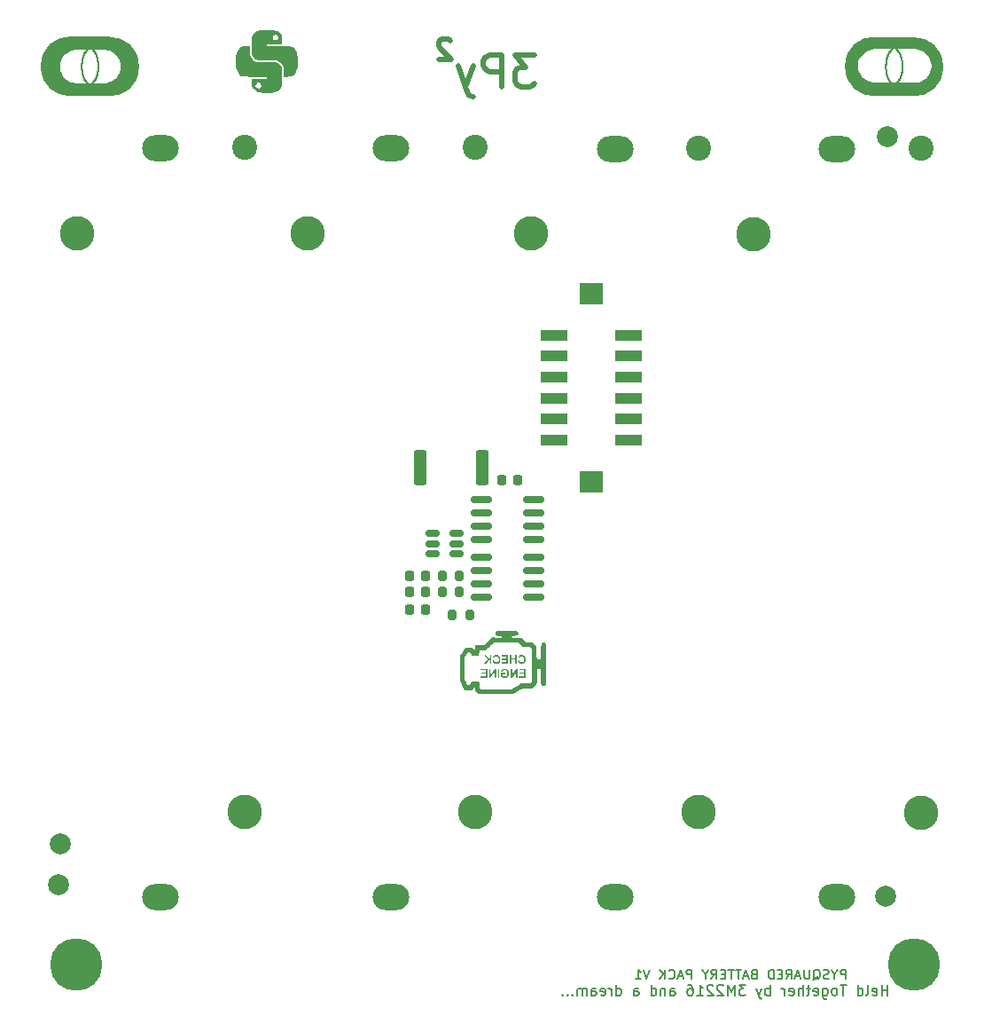
<source format=gbr>
%TF.GenerationSoftware,KiCad,Pcbnew,9.0.0*%
%TF.CreationDate,2025-05-14T15:36:39-07:00*%
%TF.ProjectId,battery_pack_v1a,62617474-6572-4795-9f70-61636b5f7631,rev?*%
%TF.SameCoordinates,Original*%
%TF.FileFunction,Soldermask,Bot*%
%TF.FilePolarity,Negative*%
%FSLAX46Y46*%
G04 Gerber Fmt 4.6, Leading zero omitted, Abs format (unit mm)*
G04 Created by KiCad (PCBNEW 9.0.0) date 2025-05-14 15:36:39*
%MOMM*%
%LPD*%
G01*
G04 APERTURE LIST*
G04 Aperture macros list*
%AMRoundRect*
0 Rectangle with rounded corners*
0 $1 Rounding radius*
0 $2 $3 $4 $5 $6 $7 $8 $9 X,Y pos of 4 corners*
0 Add a 4 corners polygon primitive as box body*
4,1,4,$2,$3,$4,$5,$6,$7,$8,$9,$2,$3,0*
0 Add four circle primitives for the rounded corners*
1,1,$1+$1,$2,$3*
1,1,$1+$1,$4,$5*
1,1,$1+$1,$6,$7*
1,1,$1+$1,$8,$9*
0 Add four rect primitives between the rounded corners*
20,1,$1+$1,$2,$3,$4,$5,0*
20,1,$1+$1,$4,$5,$6,$7,0*
20,1,$1+$1,$6,$7,$8,$9,0*
20,1,$1+$1,$8,$9,$2,$3,0*%
G04 Aperture macros list end*
%ADD10C,0.150000*%
%ADD11C,0.500000*%
%ADD12C,0.000000*%
%ADD13C,5.000000*%
%ADD14C,3.300000*%
%ADD15C,2.400000*%
%ADD16O,3.500000X2.500000*%
%ADD17C,2.000000*%
%ADD18RoundRect,0.150000X-0.825000X-0.150000X0.825000X-0.150000X0.825000X0.150000X-0.825000X0.150000X0*%
%ADD19RoundRect,0.200000X0.200000X0.275000X-0.200000X0.275000X-0.200000X-0.275000X0.200000X-0.275000X0*%
%ADD20RoundRect,0.150000X0.512500X0.150000X-0.512500X0.150000X-0.512500X-0.150000X0.512500X-0.150000X0*%
%ADD21RoundRect,0.250000X-0.362500X-1.425000X0.362500X-1.425000X0.362500X1.425000X-0.362500X1.425000X0*%
%ADD22RoundRect,0.225000X-0.225000X-0.250000X0.225000X-0.250000X0.225000X0.250000X-0.225000X0.250000X0*%
%ADD23RoundRect,0.200000X-0.200000X-0.275000X0.200000X-0.275000X0.200000X0.275000X-0.200000X0.275000X0*%
%ADD24R,2.500000X1.100000*%
%ADD25R,2.200000X2.000000*%
G04 APERTURE END LIST*
D10*
X193457397Y-45864308D02*
G75*
G02*
X188042603Y-45864308I-2707397J0D01*
G01*
X188042603Y-45864308D02*
G75*
G02*
X193457397Y-45864308I2707397J0D01*
G01*
X117793079Y-48564936D02*
X113993079Y-48558429D01*
X190743079Y-43092944D02*
X194543079Y-43086437D01*
X190750000Y-43167561D02*
X194550000Y-43161054D01*
X113942531Y-43067561D02*
X117742531Y-43061054D01*
X197242408Y-45889606D02*
G75*
G02*
X191857592Y-45889606I-2692408J0D01*
G01*
X191857592Y-45889606D02*
G75*
G02*
X197242408Y-45889606I2692408J0D01*
G01*
X116650476Y-45861683D02*
G75*
G02*
X111235682Y-45861683I-2707397J0D01*
G01*
X111235682Y-45861683D02*
G75*
G02*
X116650476Y-45861683I2707397J0D01*
G01*
X120435487Y-45886981D02*
G75*
G02*
X115050671Y-45886981I-2692408J0D01*
G01*
X115050671Y-45886981D02*
G75*
G02*
X120435487Y-45886981I2692408J0D01*
G01*
X116649928Y-45764308D02*
G75*
G02*
X111235134Y-45764308I-2707397J0D01*
G01*
X111235134Y-45764308D02*
G75*
G02*
X116649928Y-45764308I2707397J0D01*
G01*
X193450476Y-45789691D02*
G75*
G02*
X188035682Y-45789691I-2707397J0D01*
G01*
X188035682Y-45789691D02*
G75*
G02*
X193450476Y-45789691I2707397J0D01*
G01*
X113943079Y-43164936D02*
X117743079Y-43158429D01*
X120434939Y-45789606D02*
G75*
G02*
X115050123Y-45789606I-2692408J0D01*
G01*
X115050123Y-45789606D02*
G75*
G02*
X120434939Y-45789606I2692408J0D01*
G01*
X194600000Y-48567561D02*
X190800000Y-48561054D01*
X197235487Y-45814989D02*
G75*
G02*
X191850671Y-45814989I-2692408J0D01*
G01*
X191850671Y-45814989D02*
G75*
G02*
X197235487Y-45814989I2692408J0D01*
G01*
X117792531Y-48467561D02*
X113992531Y-48461054D01*
X194593079Y-48492944D02*
X190793079Y-48486437D01*
D11*
X158278056Y-44742257D02*
X156420913Y-44742257D01*
X156420913Y-44742257D02*
X157420913Y-45885114D01*
X157420913Y-45885114D02*
X156992342Y-45885114D01*
X156992342Y-45885114D02*
X156706628Y-46027971D01*
X156706628Y-46027971D02*
X156563770Y-46170828D01*
X156563770Y-46170828D02*
X156420913Y-46456542D01*
X156420913Y-46456542D02*
X156420913Y-47170828D01*
X156420913Y-47170828D02*
X156563770Y-47456542D01*
X156563770Y-47456542D02*
X156706628Y-47599400D01*
X156706628Y-47599400D02*
X156992342Y-47742257D01*
X156992342Y-47742257D02*
X157849485Y-47742257D01*
X157849485Y-47742257D02*
X158135199Y-47599400D01*
X158135199Y-47599400D02*
X158278056Y-47456542D01*
X155135199Y-47742257D02*
X155135199Y-44742257D01*
X155135199Y-44742257D02*
X153992342Y-44742257D01*
X153992342Y-44742257D02*
X153706627Y-44885114D01*
X153706627Y-44885114D02*
X153563770Y-45027971D01*
X153563770Y-45027971D02*
X153420913Y-45313685D01*
X153420913Y-45313685D02*
X153420913Y-45742257D01*
X153420913Y-45742257D02*
X153563770Y-46027971D01*
X153563770Y-46027971D02*
X153706627Y-46170828D01*
X153706627Y-46170828D02*
X153992342Y-46313685D01*
X153992342Y-46313685D02*
X155135199Y-46313685D01*
X152420913Y-45742257D02*
X151706627Y-47742257D01*
X150992342Y-45742257D02*
X151706627Y-47742257D01*
X151706627Y-47742257D02*
X151992342Y-48456542D01*
X151992342Y-48456542D02*
X152135199Y-48599400D01*
X152135199Y-48599400D02*
X152420913Y-48742257D01*
X150279028Y-43387314D02*
X150183790Y-43292076D01*
X150183790Y-43292076D02*
X149993314Y-43196838D01*
X149993314Y-43196838D02*
X149517123Y-43196838D01*
X149517123Y-43196838D02*
X149326647Y-43292076D01*
X149326647Y-43292076D02*
X149231409Y-43387314D01*
X149231409Y-43387314D02*
X149136171Y-43577790D01*
X149136171Y-43577790D02*
X149136171Y-43768266D01*
X149136171Y-43768266D02*
X149231409Y-44053980D01*
X149231409Y-44053980D02*
X150374266Y-45196838D01*
X150374266Y-45196838D02*
X149136171Y-45196838D01*
D10*
X188028572Y-132908557D02*
X188028572Y-132008557D01*
X188028572Y-132008557D02*
X187685715Y-132008557D01*
X187685715Y-132008557D02*
X187600000Y-132051414D01*
X187600000Y-132051414D02*
X187557143Y-132094271D01*
X187557143Y-132094271D02*
X187514286Y-132179985D01*
X187514286Y-132179985D02*
X187514286Y-132308557D01*
X187514286Y-132308557D02*
X187557143Y-132394271D01*
X187557143Y-132394271D02*
X187600000Y-132437128D01*
X187600000Y-132437128D02*
X187685715Y-132479985D01*
X187685715Y-132479985D02*
X188028572Y-132479985D01*
X186957143Y-132479985D02*
X186957143Y-132908557D01*
X187257143Y-132008557D02*
X186957143Y-132479985D01*
X186957143Y-132479985D02*
X186657143Y-132008557D01*
X186400000Y-132865700D02*
X186271429Y-132908557D01*
X186271429Y-132908557D02*
X186057143Y-132908557D01*
X186057143Y-132908557D02*
X185971429Y-132865700D01*
X185971429Y-132865700D02*
X185928571Y-132822842D01*
X185928571Y-132822842D02*
X185885714Y-132737128D01*
X185885714Y-132737128D02*
X185885714Y-132651414D01*
X185885714Y-132651414D02*
X185928571Y-132565700D01*
X185928571Y-132565700D02*
X185971429Y-132522842D01*
X185971429Y-132522842D02*
X186057143Y-132479985D01*
X186057143Y-132479985D02*
X186228571Y-132437128D01*
X186228571Y-132437128D02*
X186314286Y-132394271D01*
X186314286Y-132394271D02*
X186357143Y-132351414D01*
X186357143Y-132351414D02*
X186400000Y-132265700D01*
X186400000Y-132265700D02*
X186400000Y-132179985D01*
X186400000Y-132179985D02*
X186357143Y-132094271D01*
X186357143Y-132094271D02*
X186314286Y-132051414D01*
X186314286Y-132051414D02*
X186228571Y-132008557D01*
X186228571Y-132008557D02*
X186014286Y-132008557D01*
X186014286Y-132008557D02*
X185885714Y-132051414D01*
X184900000Y-132994271D02*
X184985714Y-132951414D01*
X184985714Y-132951414D02*
X185071428Y-132865700D01*
X185071428Y-132865700D02*
X185200000Y-132737128D01*
X185200000Y-132737128D02*
X185285714Y-132694271D01*
X185285714Y-132694271D02*
X185371428Y-132694271D01*
X185328571Y-132908557D02*
X185414286Y-132865700D01*
X185414286Y-132865700D02*
X185500000Y-132779985D01*
X185500000Y-132779985D02*
X185542857Y-132608557D01*
X185542857Y-132608557D02*
X185542857Y-132308557D01*
X185542857Y-132308557D02*
X185500000Y-132137128D01*
X185500000Y-132137128D02*
X185414286Y-132051414D01*
X185414286Y-132051414D02*
X185328571Y-132008557D01*
X185328571Y-132008557D02*
X185157143Y-132008557D01*
X185157143Y-132008557D02*
X185071428Y-132051414D01*
X185071428Y-132051414D02*
X184985714Y-132137128D01*
X184985714Y-132137128D02*
X184942857Y-132308557D01*
X184942857Y-132308557D02*
X184942857Y-132608557D01*
X184942857Y-132608557D02*
X184985714Y-132779985D01*
X184985714Y-132779985D02*
X185071428Y-132865700D01*
X185071428Y-132865700D02*
X185157143Y-132908557D01*
X185157143Y-132908557D02*
X185328571Y-132908557D01*
X184557143Y-132008557D02*
X184557143Y-132737128D01*
X184557143Y-132737128D02*
X184514286Y-132822842D01*
X184514286Y-132822842D02*
X184471429Y-132865700D01*
X184471429Y-132865700D02*
X184385714Y-132908557D01*
X184385714Y-132908557D02*
X184214286Y-132908557D01*
X184214286Y-132908557D02*
X184128571Y-132865700D01*
X184128571Y-132865700D02*
X184085714Y-132822842D01*
X184085714Y-132822842D02*
X184042857Y-132737128D01*
X184042857Y-132737128D02*
X184042857Y-132008557D01*
X183657143Y-132651414D02*
X183228572Y-132651414D01*
X183742857Y-132908557D02*
X183442857Y-132008557D01*
X183442857Y-132008557D02*
X183142857Y-132908557D01*
X182328571Y-132908557D02*
X182628571Y-132479985D01*
X182842857Y-132908557D02*
X182842857Y-132008557D01*
X182842857Y-132008557D02*
X182500000Y-132008557D01*
X182500000Y-132008557D02*
X182414285Y-132051414D01*
X182414285Y-132051414D02*
X182371428Y-132094271D01*
X182371428Y-132094271D02*
X182328571Y-132179985D01*
X182328571Y-132179985D02*
X182328571Y-132308557D01*
X182328571Y-132308557D02*
X182371428Y-132394271D01*
X182371428Y-132394271D02*
X182414285Y-132437128D01*
X182414285Y-132437128D02*
X182500000Y-132479985D01*
X182500000Y-132479985D02*
X182842857Y-132479985D01*
X181942857Y-132437128D02*
X181642857Y-132437128D01*
X181514285Y-132908557D02*
X181942857Y-132908557D01*
X181942857Y-132908557D02*
X181942857Y-132008557D01*
X181942857Y-132008557D02*
X181514285Y-132008557D01*
X181128571Y-132908557D02*
X181128571Y-132008557D01*
X181128571Y-132008557D02*
X180914285Y-132008557D01*
X180914285Y-132008557D02*
X180785714Y-132051414D01*
X180785714Y-132051414D02*
X180699999Y-132137128D01*
X180699999Y-132137128D02*
X180657142Y-132222842D01*
X180657142Y-132222842D02*
X180614285Y-132394271D01*
X180614285Y-132394271D02*
X180614285Y-132522842D01*
X180614285Y-132522842D02*
X180657142Y-132694271D01*
X180657142Y-132694271D02*
X180699999Y-132779985D01*
X180699999Y-132779985D02*
X180785714Y-132865700D01*
X180785714Y-132865700D02*
X180914285Y-132908557D01*
X180914285Y-132908557D02*
X181128571Y-132908557D01*
X179242857Y-132437128D02*
X179114285Y-132479985D01*
X179114285Y-132479985D02*
X179071428Y-132522842D01*
X179071428Y-132522842D02*
X179028571Y-132608557D01*
X179028571Y-132608557D02*
X179028571Y-132737128D01*
X179028571Y-132737128D02*
X179071428Y-132822842D01*
X179071428Y-132822842D02*
X179114285Y-132865700D01*
X179114285Y-132865700D02*
X179200000Y-132908557D01*
X179200000Y-132908557D02*
X179542857Y-132908557D01*
X179542857Y-132908557D02*
X179542857Y-132008557D01*
X179542857Y-132008557D02*
X179242857Y-132008557D01*
X179242857Y-132008557D02*
X179157143Y-132051414D01*
X179157143Y-132051414D02*
X179114285Y-132094271D01*
X179114285Y-132094271D02*
X179071428Y-132179985D01*
X179071428Y-132179985D02*
X179071428Y-132265700D01*
X179071428Y-132265700D02*
X179114285Y-132351414D01*
X179114285Y-132351414D02*
X179157143Y-132394271D01*
X179157143Y-132394271D02*
X179242857Y-132437128D01*
X179242857Y-132437128D02*
X179542857Y-132437128D01*
X178685714Y-132651414D02*
X178257143Y-132651414D01*
X178771428Y-132908557D02*
X178471428Y-132008557D01*
X178471428Y-132008557D02*
X178171428Y-132908557D01*
X177999999Y-132008557D02*
X177485714Y-132008557D01*
X177742856Y-132908557D02*
X177742856Y-132008557D01*
X177314285Y-132008557D02*
X176800000Y-132008557D01*
X177057142Y-132908557D02*
X177057142Y-132008557D01*
X176500000Y-132437128D02*
X176200000Y-132437128D01*
X176071428Y-132908557D02*
X176500000Y-132908557D01*
X176500000Y-132908557D02*
X176500000Y-132008557D01*
X176500000Y-132008557D02*
X176071428Y-132008557D01*
X175171428Y-132908557D02*
X175471428Y-132479985D01*
X175685714Y-132908557D02*
X175685714Y-132008557D01*
X175685714Y-132008557D02*
X175342857Y-132008557D01*
X175342857Y-132008557D02*
X175257142Y-132051414D01*
X175257142Y-132051414D02*
X175214285Y-132094271D01*
X175214285Y-132094271D02*
X175171428Y-132179985D01*
X175171428Y-132179985D02*
X175171428Y-132308557D01*
X175171428Y-132308557D02*
X175214285Y-132394271D01*
X175214285Y-132394271D02*
X175257142Y-132437128D01*
X175257142Y-132437128D02*
X175342857Y-132479985D01*
X175342857Y-132479985D02*
X175685714Y-132479985D01*
X174614285Y-132479985D02*
X174614285Y-132908557D01*
X174914285Y-132008557D02*
X174614285Y-132479985D01*
X174614285Y-132479985D02*
X174314285Y-132008557D01*
X173328571Y-132908557D02*
X173328571Y-132008557D01*
X173328571Y-132008557D02*
X172985714Y-132008557D01*
X172985714Y-132008557D02*
X172899999Y-132051414D01*
X172899999Y-132051414D02*
X172857142Y-132094271D01*
X172857142Y-132094271D02*
X172814285Y-132179985D01*
X172814285Y-132179985D02*
X172814285Y-132308557D01*
X172814285Y-132308557D02*
X172857142Y-132394271D01*
X172857142Y-132394271D02*
X172899999Y-132437128D01*
X172899999Y-132437128D02*
X172985714Y-132479985D01*
X172985714Y-132479985D02*
X173328571Y-132479985D01*
X172471428Y-132651414D02*
X172042857Y-132651414D01*
X172557142Y-132908557D02*
X172257142Y-132008557D01*
X172257142Y-132008557D02*
X171957142Y-132908557D01*
X171142856Y-132822842D02*
X171185713Y-132865700D01*
X171185713Y-132865700D02*
X171314285Y-132908557D01*
X171314285Y-132908557D02*
X171399999Y-132908557D01*
X171399999Y-132908557D02*
X171528570Y-132865700D01*
X171528570Y-132865700D02*
X171614285Y-132779985D01*
X171614285Y-132779985D02*
X171657142Y-132694271D01*
X171657142Y-132694271D02*
X171699999Y-132522842D01*
X171699999Y-132522842D02*
X171699999Y-132394271D01*
X171699999Y-132394271D02*
X171657142Y-132222842D01*
X171657142Y-132222842D02*
X171614285Y-132137128D01*
X171614285Y-132137128D02*
X171528570Y-132051414D01*
X171528570Y-132051414D02*
X171399999Y-132008557D01*
X171399999Y-132008557D02*
X171314285Y-132008557D01*
X171314285Y-132008557D02*
X171185713Y-132051414D01*
X171185713Y-132051414D02*
X171142856Y-132094271D01*
X170757142Y-132908557D02*
X170757142Y-132008557D01*
X170242856Y-132908557D02*
X170628570Y-132394271D01*
X170242856Y-132008557D02*
X170757142Y-132522842D01*
X169299999Y-132008557D02*
X168999999Y-132908557D01*
X168999999Y-132908557D02*
X168699999Y-132008557D01*
X167928570Y-132908557D02*
X168442856Y-132908557D01*
X168185713Y-132908557D02*
X168185713Y-132008557D01*
X168185713Y-132008557D02*
X168271427Y-132137128D01*
X168271427Y-132137128D02*
X168357142Y-132222842D01*
X168357142Y-132222842D02*
X168442856Y-132265700D01*
X192023810Y-134454819D02*
X192023810Y-133454819D01*
X192023810Y-133931009D02*
X191452382Y-133931009D01*
X191452382Y-134454819D02*
X191452382Y-133454819D01*
X190595239Y-134407200D02*
X190690477Y-134454819D01*
X190690477Y-134454819D02*
X190880953Y-134454819D01*
X190880953Y-134454819D02*
X190976191Y-134407200D01*
X190976191Y-134407200D02*
X191023810Y-134311961D01*
X191023810Y-134311961D02*
X191023810Y-133931009D01*
X191023810Y-133931009D02*
X190976191Y-133835771D01*
X190976191Y-133835771D02*
X190880953Y-133788152D01*
X190880953Y-133788152D02*
X190690477Y-133788152D01*
X190690477Y-133788152D02*
X190595239Y-133835771D01*
X190595239Y-133835771D02*
X190547620Y-133931009D01*
X190547620Y-133931009D02*
X190547620Y-134026247D01*
X190547620Y-134026247D02*
X191023810Y-134121485D01*
X189976191Y-134454819D02*
X190071429Y-134407200D01*
X190071429Y-134407200D02*
X190119048Y-134311961D01*
X190119048Y-134311961D02*
X190119048Y-133454819D01*
X189166667Y-134454819D02*
X189166667Y-133454819D01*
X189166667Y-134407200D02*
X189261905Y-134454819D01*
X189261905Y-134454819D02*
X189452381Y-134454819D01*
X189452381Y-134454819D02*
X189547619Y-134407200D01*
X189547619Y-134407200D02*
X189595238Y-134359580D01*
X189595238Y-134359580D02*
X189642857Y-134264342D01*
X189642857Y-134264342D02*
X189642857Y-133978628D01*
X189642857Y-133978628D02*
X189595238Y-133883390D01*
X189595238Y-133883390D02*
X189547619Y-133835771D01*
X189547619Y-133835771D02*
X189452381Y-133788152D01*
X189452381Y-133788152D02*
X189261905Y-133788152D01*
X189261905Y-133788152D02*
X189166667Y-133835771D01*
X188071428Y-133454819D02*
X187500000Y-133454819D01*
X187785714Y-134454819D02*
X187785714Y-133454819D01*
X187023809Y-134454819D02*
X187119047Y-134407200D01*
X187119047Y-134407200D02*
X187166666Y-134359580D01*
X187166666Y-134359580D02*
X187214285Y-134264342D01*
X187214285Y-134264342D02*
X187214285Y-133978628D01*
X187214285Y-133978628D02*
X187166666Y-133883390D01*
X187166666Y-133883390D02*
X187119047Y-133835771D01*
X187119047Y-133835771D02*
X187023809Y-133788152D01*
X187023809Y-133788152D02*
X186880952Y-133788152D01*
X186880952Y-133788152D02*
X186785714Y-133835771D01*
X186785714Y-133835771D02*
X186738095Y-133883390D01*
X186738095Y-133883390D02*
X186690476Y-133978628D01*
X186690476Y-133978628D02*
X186690476Y-134264342D01*
X186690476Y-134264342D02*
X186738095Y-134359580D01*
X186738095Y-134359580D02*
X186785714Y-134407200D01*
X186785714Y-134407200D02*
X186880952Y-134454819D01*
X186880952Y-134454819D02*
X187023809Y-134454819D01*
X185833333Y-133788152D02*
X185833333Y-134597676D01*
X185833333Y-134597676D02*
X185880952Y-134692914D01*
X185880952Y-134692914D02*
X185928571Y-134740533D01*
X185928571Y-134740533D02*
X186023809Y-134788152D01*
X186023809Y-134788152D02*
X186166666Y-134788152D01*
X186166666Y-134788152D02*
X186261904Y-134740533D01*
X185833333Y-134407200D02*
X185928571Y-134454819D01*
X185928571Y-134454819D02*
X186119047Y-134454819D01*
X186119047Y-134454819D02*
X186214285Y-134407200D01*
X186214285Y-134407200D02*
X186261904Y-134359580D01*
X186261904Y-134359580D02*
X186309523Y-134264342D01*
X186309523Y-134264342D02*
X186309523Y-133978628D01*
X186309523Y-133978628D02*
X186261904Y-133883390D01*
X186261904Y-133883390D02*
X186214285Y-133835771D01*
X186214285Y-133835771D02*
X186119047Y-133788152D01*
X186119047Y-133788152D02*
X185928571Y-133788152D01*
X185928571Y-133788152D02*
X185833333Y-133835771D01*
X184976190Y-134407200D02*
X185071428Y-134454819D01*
X185071428Y-134454819D02*
X185261904Y-134454819D01*
X185261904Y-134454819D02*
X185357142Y-134407200D01*
X185357142Y-134407200D02*
X185404761Y-134311961D01*
X185404761Y-134311961D02*
X185404761Y-133931009D01*
X185404761Y-133931009D02*
X185357142Y-133835771D01*
X185357142Y-133835771D02*
X185261904Y-133788152D01*
X185261904Y-133788152D02*
X185071428Y-133788152D01*
X185071428Y-133788152D02*
X184976190Y-133835771D01*
X184976190Y-133835771D02*
X184928571Y-133931009D01*
X184928571Y-133931009D02*
X184928571Y-134026247D01*
X184928571Y-134026247D02*
X185404761Y-134121485D01*
X184642856Y-133788152D02*
X184261904Y-133788152D01*
X184499999Y-133454819D02*
X184499999Y-134311961D01*
X184499999Y-134311961D02*
X184452380Y-134407200D01*
X184452380Y-134407200D02*
X184357142Y-134454819D01*
X184357142Y-134454819D02*
X184261904Y-134454819D01*
X183928570Y-134454819D02*
X183928570Y-133454819D01*
X183499999Y-134454819D02*
X183499999Y-133931009D01*
X183499999Y-133931009D02*
X183547618Y-133835771D01*
X183547618Y-133835771D02*
X183642856Y-133788152D01*
X183642856Y-133788152D02*
X183785713Y-133788152D01*
X183785713Y-133788152D02*
X183880951Y-133835771D01*
X183880951Y-133835771D02*
X183928570Y-133883390D01*
X182642856Y-134407200D02*
X182738094Y-134454819D01*
X182738094Y-134454819D02*
X182928570Y-134454819D01*
X182928570Y-134454819D02*
X183023808Y-134407200D01*
X183023808Y-134407200D02*
X183071427Y-134311961D01*
X183071427Y-134311961D02*
X183071427Y-133931009D01*
X183071427Y-133931009D02*
X183023808Y-133835771D01*
X183023808Y-133835771D02*
X182928570Y-133788152D01*
X182928570Y-133788152D02*
X182738094Y-133788152D01*
X182738094Y-133788152D02*
X182642856Y-133835771D01*
X182642856Y-133835771D02*
X182595237Y-133931009D01*
X182595237Y-133931009D02*
X182595237Y-134026247D01*
X182595237Y-134026247D02*
X183071427Y-134121485D01*
X182166665Y-134454819D02*
X182166665Y-133788152D01*
X182166665Y-133978628D02*
X182119046Y-133883390D01*
X182119046Y-133883390D02*
X182071427Y-133835771D01*
X182071427Y-133835771D02*
X181976189Y-133788152D01*
X181976189Y-133788152D02*
X181880951Y-133788152D01*
X180785712Y-134454819D02*
X180785712Y-133454819D01*
X180785712Y-133835771D02*
X180690474Y-133788152D01*
X180690474Y-133788152D02*
X180499998Y-133788152D01*
X180499998Y-133788152D02*
X180404760Y-133835771D01*
X180404760Y-133835771D02*
X180357141Y-133883390D01*
X180357141Y-133883390D02*
X180309522Y-133978628D01*
X180309522Y-133978628D02*
X180309522Y-134264342D01*
X180309522Y-134264342D02*
X180357141Y-134359580D01*
X180357141Y-134359580D02*
X180404760Y-134407200D01*
X180404760Y-134407200D02*
X180499998Y-134454819D01*
X180499998Y-134454819D02*
X180690474Y-134454819D01*
X180690474Y-134454819D02*
X180785712Y-134407200D01*
X179976188Y-133788152D02*
X179738093Y-134454819D01*
X179499998Y-133788152D02*
X179738093Y-134454819D01*
X179738093Y-134454819D02*
X179833331Y-134692914D01*
X179833331Y-134692914D02*
X179880950Y-134740533D01*
X179880950Y-134740533D02*
X179976188Y-134788152D01*
X178452378Y-133454819D02*
X177833331Y-133454819D01*
X177833331Y-133454819D02*
X178166664Y-133835771D01*
X178166664Y-133835771D02*
X178023807Y-133835771D01*
X178023807Y-133835771D02*
X177928569Y-133883390D01*
X177928569Y-133883390D02*
X177880950Y-133931009D01*
X177880950Y-133931009D02*
X177833331Y-134026247D01*
X177833331Y-134026247D02*
X177833331Y-134264342D01*
X177833331Y-134264342D02*
X177880950Y-134359580D01*
X177880950Y-134359580D02*
X177928569Y-134407200D01*
X177928569Y-134407200D02*
X178023807Y-134454819D01*
X178023807Y-134454819D02*
X178309521Y-134454819D01*
X178309521Y-134454819D02*
X178404759Y-134407200D01*
X178404759Y-134407200D02*
X178452378Y-134359580D01*
X177404759Y-134454819D02*
X177404759Y-133454819D01*
X177404759Y-133454819D02*
X177071426Y-134169104D01*
X177071426Y-134169104D02*
X176738093Y-133454819D01*
X176738093Y-133454819D02*
X176738093Y-134454819D01*
X176309521Y-133550057D02*
X176261902Y-133502438D01*
X176261902Y-133502438D02*
X176166664Y-133454819D01*
X176166664Y-133454819D02*
X175928569Y-133454819D01*
X175928569Y-133454819D02*
X175833331Y-133502438D01*
X175833331Y-133502438D02*
X175785712Y-133550057D01*
X175785712Y-133550057D02*
X175738093Y-133645295D01*
X175738093Y-133645295D02*
X175738093Y-133740533D01*
X175738093Y-133740533D02*
X175785712Y-133883390D01*
X175785712Y-133883390D02*
X176357140Y-134454819D01*
X176357140Y-134454819D02*
X175738093Y-134454819D01*
X175357140Y-133550057D02*
X175309521Y-133502438D01*
X175309521Y-133502438D02*
X175214283Y-133454819D01*
X175214283Y-133454819D02*
X174976188Y-133454819D01*
X174976188Y-133454819D02*
X174880950Y-133502438D01*
X174880950Y-133502438D02*
X174833331Y-133550057D01*
X174833331Y-133550057D02*
X174785712Y-133645295D01*
X174785712Y-133645295D02*
X174785712Y-133740533D01*
X174785712Y-133740533D02*
X174833331Y-133883390D01*
X174833331Y-133883390D02*
X175404759Y-134454819D01*
X175404759Y-134454819D02*
X174785712Y-134454819D01*
X173833331Y-134454819D02*
X174404759Y-134454819D01*
X174119045Y-134454819D02*
X174119045Y-133454819D01*
X174119045Y-133454819D02*
X174214283Y-133597676D01*
X174214283Y-133597676D02*
X174309521Y-133692914D01*
X174309521Y-133692914D02*
X174404759Y-133740533D01*
X172976188Y-133454819D02*
X173166664Y-133454819D01*
X173166664Y-133454819D02*
X173261902Y-133502438D01*
X173261902Y-133502438D02*
X173309521Y-133550057D01*
X173309521Y-133550057D02*
X173404759Y-133692914D01*
X173404759Y-133692914D02*
X173452378Y-133883390D01*
X173452378Y-133883390D02*
X173452378Y-134264342D01*
X173452378Y-134264342D02*
X173404759Y-134359580D01*
X173404759Y-134359580D02*
X173357140Y-134407200D01*
X173357140Y-134407200D02*
X173261902Y-134454819D01*
X173261902Y-134454819D02*
X173071426Y-134454819D01*
X173071426Y-134454819D02*
X172976188Y-134407200D01*
X172976188Y-134407200D02*
X172928569Y-134359580D01*
X172928569Y-134359580D02*
X172880950Y-134264342D01*
X172880950Y-134264342D02*
X172880950Y-134026247D01*
X172880950Y-134026247D02*
X172928569Y-133931009D01*
X172928569Y-133931009D02*
X172976188Y-133883390D01*
X172976188Y-133883390D02*
X173071426Y-133835771D01*
X173071426Y-133835771D02*
X173261902Y-133835771D01*
X173261902Y-133835771D02*
X173357140Y-133883390D01*
X173357140Y-133883390D02*
X173404759Y-133931009D01*
X173404759Y-133931009D02*
X173452378Y-134026247D01*
X171261902Y-134454819D02*
X171261902Y-133931009D01*
X171261902Y-133931009D02*
X171309521Y-133835771D01*
X171309521Y-133835771D02*
X171404759Y-133788152D01*
X171404759Y-133788152D02*
X171595235Y-133788152D01*
X171595235Y-133788152D02*
X171690473Y-133835771D01*
X171261902Y-134407200D02*
X171357140Y-134454819D01*
X171357140Y-134454819D02*
X171595235Y-134454819D01*
X171595235Y-134454819D02*
X171690473Y-134407200D01*
X171690473Y-134407200D02*
X171738092Y-134311961D01*
X171738092Y-134311961D02*
X171738092Y-134216723D01*
X171738092Y-134216723D02*
X171690473Y-134121485D01*
X171690473Y-134121485D02*
X171595235Y-134073866D01*
X171595235Y-134073866D02*
X171357140Y-134073866D01*
X171357140Y-134073866D02*
X171261902Y-134026247D01*
X170785711Y-133788152D02*
X170785711Y-134454819D01*
X170785711Y-133883390D02*
X170738092Y-133835771D01*
X170738092Y-133835771D02*
X170642854Y-133788152D01*
X170642854Y-133788152D02*
X170499997Y-133788152D01*
X170499997Y-133788152D02*
X170404759Y-133835771D01*
X170404759Y-133835771D02*
X170357140Y-133931009D01*
X170357140Y-133931009D02*
X170357140Y-134454819D01*
X169452378Y-134454819D02*
X169452378Y-133454819D01*
X169452378Y-134407200D02*
X169547616Y-134454819D01*
X169547616Y-134454819D02*
X169738092Y-134454819D01*
X169738092Y-134454819D02*
X169833330Y-134407200D01*
X169833330Y-134407200D02*
X169880949Y-134359580D01*
X169880949Y-134359580D02*
X169928568Y-134264342D01*
X169928568Y-134264342D02*
X169928568Y-133978628D01*
X169928568Y-133978628D02*
X169880949Y-133883390D01*
X169880949Y-133883390D02*
X169833330Y-133835771D01*
X169833330Y-133835771D02*
X169738092Y-133788152D01*
X169738092Y-133788152D02*
X169547616Y-133788152D01*
X169547616Y-133788152D02*
X169452378Y-133835771D01*
X167785711Y-134454819D02*
X167785711Y-133931009D01*
X167785711Y-133931009D02*
X167833330Y-133835771D01*
X167833330Y-133835771D02*
X167928568Y-133788152D01*
X167928568Y-133788152D02*
X168119044Y-133788152D01*
X168119044Y-133788152D02*
X168214282Y-133835771D01*
X167785711Y-134407200D02*
X167880949Y-134454819D01*
X167880949Y-134454819D02*
X168119044Y-134454819D01*
X168119044Y-134454819D02*
X168214282Y-134407200D01*
X168214282Y-134407200D02*
X168261901Y-134311961D01*
X168261901Y-134311961D02*
X168261901Y-134216723D01*
X168261901Y-134216723D02*
X168214282Y-134121485D01*
X168214282Y-134121485D02*
X168119044Y-134073866D01*
X168119044Y-134073866D02*
X167880949Y-134073866D01*
X167880949Y-134073866D02*
X167785711Y-134026247D01*
X166119044Y-134454819D02*
X166119044Y-133454819D01*
X166119044Y-134407200D02*
X166214282Y-134454819D01*
X166214282Y-134454819D02*
X166404758Y-134454819D01*
X166404758Y-134454819D02*
X166499996Y-134407200D01*
X166499996Y-134407200D02*
X166547615Y-134359580D01*
X166547615Y-134359580D02*
X166595234Y-134264342D01*
X166595234Y-134264342D02*
X166595234Y-133978628D01*
X166595234Y-133978628D02*
X166547615Y-133883390D01*
X166547615Y-133883390D02*
X166499996Y-133835771D01*
X166499996Y-133835771D02*
X166404758Y-133788152D01*
X166404758Y-133788152D02*
X166214282Y-133788152D01*
X166214282Y-133788152D02*
X166119044Y-133835771D01*
X165642853Y-134454819D02*
X165642853Y-133788152D01*
X165642853Y-133978628D02*
X165595234Y-133883390D01*
X165595234Y-133883390D02*
X165547615Y-133835771D01*
X165547615Y-133835771D02*
X165452377Y-133788152D01*
X165452377Y-133788152D02*
X165357139Y-133788152D01*
X164642853Y-134407200D02*
X164738091Y-134454819D01*
X164738091Y-134454819D02*
X164928567Y-134454819D01*
X164928567Y-134454819D02*
X165023805Y-134407200D01*
X165023805Y-134407200D02*
X165071424Y-134311961D01*
X165071424Y-134311961D02*
X165071424Y-133931009D01*
X165071424Y-133931009D02*
X165023805Y-133835771D01*
X165023805Y-133835771D02*
X164928567Y-133788152D01*
X164928567Y-133788152D02*
X164738091Y-133788152D01*
X164738091Y-133788152D02*
X164642853Y-133835771D01*
X164642853Y-133835771D02*
X164595234Y-133931009D01*
X164595234Y-133931009D02*
X164595234Y-134026247D01*
X164595234Y-134026247D02*
X165071424Y-134121485D01*
X163738091Y-134454819D02*
X163738091Y-133931009D01*
X163738091Y-133931009D02*
X163785710Y-133835771D01*
X163785710Y-133835771D02*
X163880948Y-133788152D01*
X163880948Y-133788152D02*
X164071424Y-133788152D01*
X164071424Y-133788152D02*
X164166662Y-133835771D01*
X163738091Y-134407200D02*
X163833329Y-134454819D01*
X163833329Y-134454819D02*
X164071424Y-134454819D01*
X164071424Y-134454819D02*
X164166662Y-134407200D01*
X164166662Y-134407200D02*
X164214281Y-134311961D01*
X164214281Y-134311961D02*
X164214281Y-134216723D01*
X164214281Y-134216723D02*
X164166662Y-134121485D01*
X164166662Y-134121485D02*
X164071424Y-134073866D01*
X164071424Y-134073866D02*
X163833329Y-134073866D01*
X163833329Y-134073866D02*
X163738091Y-134026247D01*
X163261900Y-134454819D02*
X163261900Y-133788152D01*
X163261900Y-133883390D02*
X163214281Y-133835771D01*
X163214281Y-133835771D02*
X163119043Y-133788152D01*
X163119043Y-133788152D02*
X162976186Y-133788152D01*
X162976186Y-133788152D02*
X162880948Y-133835771D01*
X162880948Y-133835771D02*
X162833329Y-133931009D01*
X162833329Y-133931009D02*
X162833329Y-134454819D01*
X162833329Y-133931009D02*
X162785710Y-133835771D01*
X162785710Y-133835771D02*
X162690472Y-133788152D01*
X162690472Y-133788152D02*
X162547615Y-133788152D01*
X162547615Y-133788152D02*
X162452376Y-133835771D01*
X162452376Y-133835771D02*
X162404757Y-133931009D01*
X162404757Y-133931009D02*
X162404757Y-134454819D01*
X161928567Y-134359580D02*
X161880948Y-134407200D01*
X161880948Y-134407200D02*
X161928567Y-134454819D01*
X161928567Y-134454819D02*
X161976186Y-134407200D01*
X161976186Y-134407200D02*
X161928567Y-134359580D01*
X161928567Y-134359580D02*
X161928567Y-134454819D01*
X161452377Y-134359580D02*
X161404758Y-134407200D01*
X161404758Y-134407200D02*
X161452377Y-134454819D01*
X161452377Y-134454819D02*
X161499996Y-134407200D01*
X161499996Y-134407200D02*
X161452377Y-134359580D01*
X161452377Y-134359580D02*
X161452377Y-134454819D01*
X160976187Y-134359580D02*
X160928568Y-134407200D01*
X160928568Y-134407200D02*
X160976187Y-134454819D01*
X160976187Y-134454819D02*
X161023806Y-134407200D01*
X161023806Y-134407200D02*
X160976187Y-134359580D01*
X160976187Y-134359580D02*
X160976187Y-134454819D01*
D12*
%TO.C,G\u002A\u002A\u002A*%
G36*
X134174852Y-43117799D02*
G01*
X134177834Y-43266698D01*
X134185149Y-43684884D01*
X133463599Y-43690775D01*
X132742048Y-43696667D01*
X132742048Y-43875226D01*
X134996354Y-43897546D01*
X135123981Y-43957364D01*
X135176190Y-43983977D01*
X135335174Y-44096820D01*
X135467032Y-44243909D01*
X135570161Y-44423158D01*
X135642958Y-44632481D01*
X135702482Y-44919058D01*
X135733980Y-45244052D01*
X135724999Y-45568413D01*
X135675777Y-45901395D01*
X135626719Y-46104582D01*
X135553729Y-46313444D01*
X135464650Y-46483351D01*
X135358188Y-46616232D01*
X135233052Y-46714017D01*
X135087948Y-46778633D01*
X135041555Y-46788499D01*
X134949178Y-46798833D01*
X134828713Y-46805832D01*
X134689456Y-46808794D01*
X134382558Y-46810287D01*
X134382558Y-46446699D01*
X134381656Y-46329933D01*
X134375611Y-46167471D01*
X134362680Y-46035404D01*
X134341468Y-45925011D01*
X134310581Y-45827569D01*
X134268623Y-45734355D01*
X134263248Y-45724149D01*
X134186470Y-45613676D01*
X134080453Y-45503595D01*
X133957689Y-45405422D01*
X133830673Y-45330673D01*
X133679483Y-45259057D01*
X132764368Y-45247897D01*
X132554995Y-45245299D01*
X132365757Y-45242702D01*
X132212431Y-45240072D01*
X132090468Y-45237128D01*
X131995320Y-45233590D01*
X131922441Y-45229175D01*
X131867281Y-45223603D01*
X131825293Y-45216592D01*
X131791930Y-45207862D01*
X131762642Y-45197130D01*
X131732884Y-45184117D01*
X131641980Y-45130922D01*
X131531177Y-45037099D01*
X131433520Y-44924420D01*
X131362218Y-44806348D01*
X131355691Y-44791967D01*
X131344564Y-44764341D01*
X131335591Y-44733876D01*
X131328541Y-44695926D01*
X131323182Y-44645848D01*
X131319282Y-44578996D01*
X131316611Y-44490727D01*
X131314937Y-44376396D01*
X131314027Y-44231358D01*
X131313651Y-44050970D01*
X131313577Y-43830586D01*
X131313577Y-42995509D01*
X133294158Y-42995509D01*
X133295075Y-43091202D01*
X133334097Y-43190233D01*
X133337537Y-43195633D01*
X133391433Y-43254372D01*
X133456056Y-43296252D01*
X133510034Y-43315148D01*
X133603173Y-43323385D01*
X133685477Y-43291419D01*
X133765002Y-43217187D01*
X133773521Y-43206835D01*
X133811415Y-43147228D01*
X133826816Y-43082427D01*
X133824760Y-42993591D01*
X133816954Y-42946373D01*
X133779638Y-42873796D01*
X133705958Y-42813921D01*
X133645516Y-42785332D01*
X133548322Y-42770814D01*
X133458428Y-42790807D01*
X133381995Y-42839077D01*
X133325185Y-42909390D01*
X133294158Y-42995509D01*
X131313577Y-42995509D01*
X131313577Y-42960111D01*
X131368208Y-42849094D01*
X131377753Y-42830480D01*
X131475330Y-42690870D01*
X131605919Y-42569998D01*
X131759923Y-42476982D01*
X131844590Y-42441727D01*
X131974093Y-42402468D01*
X132123703Y-42373357D01*
X132299424Y-42353558D01*
X132507258Y-42342232D01*
X132753208Y-42338544D01*
X132823033Y-42338842D01*
X133124799Y-42349293D01*
X133385789Y-42374912D01*
X133607119Y-42416029D01*
X133789900Y-42472971D01*
X133935248Y-42546069D01*
X134044274Y-42635651D01*
X134118093Y-42742047D01*
X134133522Y-42775220D01*
X134148213Y-42815640D01*
X134158821Y-42862460D01*
X134166216Y-42923328D01*
X134171269Y-43005892D01*
X134173719Y-43082427D01*
X134174852Y-43117799D01*
G37*
G36*
X134173654Y-47615283D02*
G01*
X134168750Y-47670551D01*
X134162105Y-47712251D01*
X134153454Y-47745187D01*
X134142529Y-47774160D01*
X134129064Y-47803974D01*
X134065118Y-47905777D01*
X133967558Y-48012098D01*
X133850149Y-48107773D01*
X133724809Y-48181667D01*
X133631458Y-48220551D01*
X133496912Y-48266868D01*
X133348732Y-48310428D01*
X133203263Y-48346476D01*
X133076846Y-48370256D01*
X133068312Y-48371466D01*
X132840520Y-48390257D01*
X132606720Y-48385769D01*
X132373951Y-48359764D01*
X132149255Y-48314004D01*
X131939672Y-48250250D01*
X131752244Y-48170265D01*
X131594011Y-48075811D01*
X131472014Y-47968650D01*
X131466726Y-47962730D01*
X131407178Y-47887968D01*
X131363485Y-47811690D01*
X131333405Y-47725322D01*
X131324388Y-47674699D01*
X131664398Y-47674699D01*
X131687433Y-47762271D01*
X131740949Y-47838319D01*
X131826706Y-47894144D01*
X131858081Y-47906053D01*
X131956139Y-47922501D01*
X132041838Y-47898331D01*
X132123205Y-47831856D01*
X132154076Y-47792557D01*
X132193437Y-47699596D01*
X132197508Y-47603798D01*
X132169900Y-47513965D01*
X132114222Y-47438899D01*
X132034084Y-47387405D01*
X131933097Y-47368284D01*
X131841861Y-47383186D01*
X131760575Y-47429847D01*
X131702729Y-47499787D01*
X131670083Y-47584304D01*
X131664398Y-47674699D01*
X131324388Y-47674699D01*
X131314695Y-47620285D01*
X131305113Y-47488004D01*
X131302417Y-47319902D01*
X131302417Y-47011784D01*
X132022233Y-47005895D01*
X132742048Y-47000006D01*
X132748912Y-46905147D01*
X132755775Y-46810287D01*
X131620230Y-46810287D01*
X131547363Y-46810286D01*
X131284559Y-46810152D01*
X131061617Y-46809475D01*
X130874722Y-46807814D01*
X130720056Y-46804727D01*
X130593804Y-46799771D01*
X130492148Y-46792505D01*
X130411273Y-46782486D01*
X130347361Y-46769272D01*
X130296597Y-46752421D01*
X130255164Y-46731491D01*
X130219245Y-46706039D01*
X130185024Y-46675623D01*
X130148684Y-46639802D01*
X130102874Y-46588496D01*
X130011475Y-46451410D01*
X129929621Y-46282593D01*
X129859771Y-46090541D01*
X129804382Y-45883753D01*
X129765912Y-45670727D01*
X129746820Y-45459958D01*
X129749562Y-45259946D01*
X129765360Y-45095330D01*
X129803607Y-44843687D01*
X129856202Y-44614324D01*
X129921644Y-44411608D01*
X129998435Y-44239905D01*
X130085073Y-44103580D01*
X130180059Y-44007001D01*
X130202399Y-43990414D01*
X130262161Y-43952307D01*
X130324803Y-43924824D01*
X130398666Y-43906277D01*
X130492091Y-43894978D01*
X130613420Y-43889237D01*
X130770994Y-43887365D01*
X131121206Y-43886386D01*
X131128112Y-44316043D01*
X131135019Y-44745700D01*
X131206634Y-44896891D01*
X131266996Y-45005915D01*
X131392445Y-45162441D01*
X131546112Y-45286832D01*
X131723495Y-45375752D01*
X131920095Y-45425864D01*
X131958992Y-45429737D01*
X132046187Y-45434684D01*
X132166866Y-45439099D01*
X132314592Y-45442826D01*
X132482926Y-45445711D01*
X132665429Y-45447598D01*
X132855663Y-45448334D01*
X133638873Y-45448776D01*
X133775708Y-45517153D01*
X133799685Y-45529685D01*
X133942756Y-45630887D01*
X134057369Y-45760102D01*
X134136295Y-45909467D01*
X134146597Y-45938601D01*
X134156441Y-45973235D01*
X134164251Y-46013451D01*
X134170261Y-46064130D01*
X134174700Y-46130154D01*
X134177802Y-46216407D01*
X134179797Y-46327770D01*
X134180918Y-46469126D01*
X134181395Y-46645357D01*
X134181461Y-46861344D01*
X134181426Y-46967333D01*
X134181215Y-47162480D01*
X134180600Y-47320046D01*
X134179312Y-47444833D01*
X134177086Y-47541645D01*
X134174189Y-47603798D01*
X134173654Y-47615283D01*
G37*
G36*
X154905825Y-103307949D02*
G01*
X154924362Y-103314381D01*
X154927392Y-103318776D01*
X154930466Y-103329598D01*
X154932934Y-103348076D01*
X154934856Y-103375948D01*
X154936292Y-103414952D01*
X154937304Y-103466828D01*
X154937952Y-103533314D01*
X154938296Y-103616151D01*
X154938397Y-103717075D01*
X154938381Y-103745659D01*
X154937974Y-103855875D01*
X154937018Y-103947916D01*
X154935523Y-104021455D01*
X154933498Y-104076161D01*
X154930951Y-104111704D01*
X154927889Y-104127755D01*
X154923058Y-104135067D01*
X154911527Y-104142507D01*
X154890955Y-104145223D01*
X154856012Y-104144453D01*
X154794642Y-104141517D01*
X154794642Y-103308730D01*
X154852485Y-103305732D01*
X154873706Y-103305309D01*
X154905825Y-103307949D01*
G37*
G36*
X156100333Y-103305314D02*
G01*
X156124819Y-103308267D01*
X156147921Y-103314065D01*
X156147921Y-103587341D01*
X156148192Y-103658189D01*
X156149040Y-103725024D01*
X156150397Y-103780461D01*
X156152194Y-103822393D01*
X156154361Y-103848712D01*
X156156828Y-103857312D01*
X156160653Y-103853207D01*
X156174649Y-103834543D01*
X156197345Y-103802613D01*
X156227386Y-103759374D01*
X156263415Y-103706782D01*
X156304076Y-103646794D01*
X156348013Y-103581369D01*
X156530291Y-103308730D01*
X156587796Y-103305732D01*
X156608778Y-103305310D01*
X156640812Y-103307949D01*
X156659335Y-103314381D01*
X156662831Y-103319953D01*
X156665774Y-103331726D01*
X156668136Y-103351343D01*
X156669976Y-103380516D01*
X156671352Y-103420958D01*
X156672322Y-103474379D01*
X156672942Y-103542492D01*
X156673272Y-103627009D01*
X156673370Y-103729642D01*
X156673342Y-103765220D01*
X156673047Y-103850611D01*
X156672456Y-103928946D01*
X156671606Y-103998097D01*
X156670532Y-104055935D01*
X156669273Y-104100331D01*
X156667864Y-104129157D01*
X156666341Y-104140284D01*
X156656855Y-104143116D01*
X156632328Y-104144873D01*
X156599421Y-104144415D01*
X156539529Y-104141517D01*
X156534572Y-103858964D01*
X156529615Y-103576412D01*
X156508451Y-103606154D01*
X156505583Y-103610263D01*
X156491112Y-103631517D01*
X156467808Y-103666104D01*
X156437218Y-103711715D01*
X156400888Y-103766045D01*
X156360362Y-103826785D01*
X156317188Y-103891629D01*
X156147090Y-104147361D01*
X156014080Y-104141517D01*
X156014080Y-103308730D01*
X156057898Y-103305599D01*
X156067658Y-103305070D01*
X156100333Y-103305314D01*
G37*
G36*
X155702027Y-101973833D02*
G01*
X155735195Y-101974682D01*
X155751356Y-101975991D01*
X155776141Y-101981659D01*
X155778728Y-102394194D01*
X155781314Y-102806729D01*
X155753942Y-102809876D01*
X155752190Y-102810029D01*
X155731976Y-102810597D01*
X155695257Y-102810786D01*
X155644820Y-102810611D01*
X155583450Y-102810089D01*
X155513935Y-102809235D01*
X155439060Y-102808067D01*
X155151551Y-102803109D01*
X155152357Y-102746123D01*
X155153144Y-102721496D01*
X155155175Y-102696145D01*
X155157835Y-102684465D01*
X155160672Y-102683801D01*
X155179892Y-102682434D01*
X155214680Y-102681178D01*
X155262147Y-102680106D01*
X155319401Y-102679290D01*
X155383553Y-102678802D01*
X155413171Y-102678622D01*
X155475584Y-102677921D01*
X155530374Y-102676874D01*
X155574489Y-102675563D01*
X155604880Y-102674071D01*
X155618493Y-102672479D01*
X155619858Y-102671811D01*
X155625884Y-102662980D01*
X155629738Y-102643234D01*
X155631785Y-102609612D01*
X155632386Y-102559153D01*
X155632386Y-102451158D01*
X155429957Y-102451158D01*
X155416876Y-102451145D01*
X155355705Y-102450749D01*
X155301368Y-102449860D01*
X155257114Y-102448569D01*
X155226190Y-102446966D01*
X155211846Y-102445140D01*
X155202790Y-102436752D01*
X155197657Y-102416532D01*
X155196164Y-102380698D01*
X155196422Y-102354651D01*
X155197321Y-102330418D01*
X155198643Y-102320294D01*
X155200347Y-102320030D01*
X155217326Y-102319054D01*
X155250115Y-102317748D01*
X155295806Y-102316214D01*
X155351495Y-102314551D01*
X155414275Y-102312859D01*
X155627429Y-102307403D01*
X155627429Y-102109120D01*
X155171379Y-102099206D01*
X155171379Y-101980237D01*
X155448975Y-101975280D01*
X155455560Y-101975164D01*
X155528616Y-101974109D01*
X155595922Y-101973540D01*
X155654664Y-101973450D01*
X155702027Y-101973833D01*
G37*
G36*
X153565291Y-103304017D02*
G01*
X153627177Y-103304395D01*
X153681953Y-103305148D01*
X153726523Y-103306290D01*
X153757795Y-103307833D01*
X153772676Y-103309791D01*
X153775907Y-103312125D01*
X153779230Y-103318684D01*
X153781912Y-103330968D01*
X153784021Y-103350741D01*
X153785624Y-103379766D01*
X153786785Y-103419805D01*
X153787573Y-103472621D01*
X153788053Y-103539976D01*
X153788293Y-103623635D01*
X153788358Y-103725358D01*
X153788349Y-103755942D01*
X153788147Y-103856621D01*
X153787649Y-103939328D01*
X153786809Y-104005523D01*
X153785584Y-104056666D01*
X153783931Y-104094216D01*
X153781806Y-104119634D01*
X153779165Y-104134378D01*
X153775965Y-104139908D01*
X153775767Y-104139982D01*
X153760928Y-104141756D01*
X153729665Y-104143174D01*
X153684997Y-104144244D01*
X153629946Y-104144976D01*
X153567532Y-104145381D01*
X153500778Y-104145467D01*
X153432703Y-104145245D01*
X153366329Y-104144724D01*
X153304676Y-104143913D01*
X153250767Y-104142822D01*
X153207621Y-104141461D01*
X153178260Y-104139840D01*
X153165705Y-104137967D01*
X153161401Y-104133294D01*
X153155888Y-104111048D01*
X153155791Y-104071198D01*
X153158811Y-104012633D01*
X153634689Y-104002719D01*
X153634689Y-103784608D01*
X153208381Y-103774694D01*
X153205430Y-103712731D01*
X153204389Y-103683267D01*
X153204329Y-103658892D01*
X153205430Y-103648788D01*
X153207178Y-103648524D01*
X153224276Y-103647548D01*
X153257175Y-103646243D01*
X153302961Y-103644708D01*
X153358719Y-103643044D01*
X153421535Y-103641352D01*
X153634689Y-103635896D01*
X153637524Y-103539417D01*
X153640360Y-103442938D01*
X153409499Y-103440276D01*
X153178639Y-103437614D01*
X153175619Y-103379049D01*
X153175007Y-103358859D01*
X153177511Y-103327112D01*
X153185533Y-103312280D01*
X153192795Y-103310782D01*
X153217851Y-103308899D01*
X153257448Y-103307300D01*
X153308493Y-103305998D01*
X153367894Y-103305005D01*
X153432556Y-103304335D01*
X153499386Y-103304002D01*
X153565291Y-103304017D01*
G37*
G36*
X157137448Y-101964225D02*
G01*
X157207254Y-101980648D01*
X157284784Y-102014694D01*
X157348928Y-102063358D01*
X157399704Y-102126661D01*
X157437130Y-102204620D01*
X157461225Y-102297254D01*
X157465138Y-102320418D01*
X157470355Y-102359768D01*
X157471394Y-102392977D01*
X157468240Y-102428551D01*
X157460875Y-102474992D01*
X157441066Y-102559134D01*
X157407134Y-102642972D01*
X157361716Y-102710801D01*
X157304901Y-102762523D01*
X157236780Y-102798035D01*
X157157440Y-102817237D01*
X157091569Y-102822140D01*
X157003429Y-102815538D01*
X156925337Y-102793052D01*
X156858269Y-102755133D01*
X156803203Y-102702229D01*
X156761116Y-102634791D01*
X156750674Y-102611660D01*
X156735778Y-102568184D01*
X156734657Y-102537197D01*
X156748259Y-102516621D01*
X156777533Y-102504381D01*
X156823425Y-102498402D01*
X156843184Y-102497550D01*
X156858687Y-102500351D01*
X156870303Y-102510641D01*
X156881852Y-102532032D01*
X156897154Y-102568137D01*
X156927314Y-102617490D01*
X156970358Y-102654814D01*
X157022570Y-102678576D01*
X157080435Y-102687731D01*
X157140436Y-102681230D01*
X157199059Y-102658028D01*
X157236328Y-102631444D01*
X157270753Y-102589487D01*
X157294271Y-102535076D01*
X157307607Y-102466427D01*
X157311487Y-102381759D01*
X157311445Y-102376237D01*
X157310109Y-102325179D01*
X157306618Y-102287940D01*
X157300181Y-102259052D01*
X157290008Y-102233047D01*
X157262824Y-102185136D01*
X157221138Y-102140157D01*
X157169513Y-102111353D01*
X157105997Y-102097283D01*
X157089966Y-102095999D01*
X157027546Y-102099791D01*
X156976352Y-102119507D01*
X156934874Y-102155978D01*
X156901600Y-102210040D01*
X156880254Y-102255451D01*
X156824557Y-102248905D01*
X156819360Y-102248268D01*
X156776603Y-102239590D01*
X156751434Y-102225375D01*
X156742910Y-102203452D01*
X156750092Y-102171654D01*
X156772040Y-102127810D01*
X156784213Y-102108098D01*
X156835827Y-102047290D01*
X156898948Y-102001608D01*
X156971585Y-101971942D01*
X157051749Y-101959184D01*
X157137448Y-101964225D01*
G37*
G36*
X157213690Y-103304017D02*
G01*
X157275577Y-103304395D01*
X157330352Y-103305148D01*
X157374923Y-103306290D01*
X157406195Y-103307833D01*
X157421076Y-103309791D01*
X157424271Y-103312082D01*
X157427603Y-103318594D01*
X157430294Y-103330818D01*
X157432409Y-103350518D01*
X157434016Y-103379459D01*
X157435181Y-103419404D01*
X157435971Y-103472120D01*
X157436452Y-103539370D01*
X157436692Y-103622919D01*
X157436758Y-103724532D01*
X157436726Y-103764560D01*
X157436438Y-103850204D01*
X157435876Y-103928691D01*
X157435075Y-103997910D01*
X157434068Y-104055749D01*
X157432889Y-104100095D01*
X157431571Y-104128838D01*
X157430148Y-104139865D01*
X157428877Y-104140430D01*
X157412511Y-104142313D01*
X157380085Y-104143816D01*
X157334574Y-104144950D01*
X157278952Y-104145723D01*
X157216193Y-104146145D01*
X157149272Y-104146224D01*
X157081163Y-104145971D01*
X157014839Y-104145393D01*
X156953276Y-104144501D01*
X156899446Y-104143303D01*
X156856325Y-104141809D01*
X156826887Y-104140027D01*
X156814105Y-104137967D01*
X156809801Y-104133294D01*
X156804288Y-104111048D01*
X156804191Y-104071198D01*
X156807210Y-104012633D01*
X157047628Y-104009979D01*
X157288046Y-104007324D01*
X157288046Y-103780038D01*
X157072413Y-103777366D01*
X156856781Y-103774694D01*
X156853756Y-103721840D01*
X156853338Y-103704233D01*
X156855936Y-103673306D01*
X156862406Y-103654920D01*
X156863030Y-103654231D01*
X156871522Y-103649509D01*
X156887995Y-103645986D01*
X156914816Y-103643512D01*
X156954356Y-103641934D01*
X157008982Y-103641098D01*
X157081063Y-103640853D01*
X157288046Y-103640853D01*
X157288046Y-103442936D01*
X157057542Y-103440275D01*
X156827039Y-103437614D01*
X156824019Y-103379049D01*
X156823407Y-103358859D01*
X156825911Y-103327112D01*
X156833933Y-103312280D01*
X156841194Y-103310782D01*
X156866250Y-103308899D01*
X156905848Y-103307300D01*
X156956893Y-103305998D01*
X157016293Y-103305005D01*
X157080955Y-103304335D01*
X157147785Y-103304002D01*
X157213690Y-103304017D01*
G37*
G36*
X154055742Y-103304942D02*
G01*
X154080014Y-103309791D01*
X154083813Y-103312406D01*
X154087723Y-103319896D01*
X154090686Y-103334067D01*
X154092826Y-103357113D01*
X154094271Y-103391222D01*
X154095147Y-103438587D01*
X154095580Y-103501397D01*
X154095696Y-103581844D01*
X154095696Y-103582349D01*
X154095975Y-103652916D01*
X154096754Y-103716773D01*
X154097958Y-103771296D01*
X154099513Y-103813862D01*
X154101345Y-103841848D01*
X154103380Y-103852629D01*
X154107312Y-103849486D01*
X154121294Y-103832201D01*
X154143919Y-103801560D01*
X154173857Y-103759444D01*
X154209775Y-103707733D01*
X154250342Y-103648310D01*
X154294227Y-103583054D01*
X154477390Y-103308730D01*
X154526304Y-103305634D01*
X154541481Y-103304985D01*
X154574555Y-103305467D01*
X154598181Y-103308301D01*
X154621145Y-103314065D01*
X154621145Y-103724486D01*
X154621135Y-103756157D01*
X154620932Y-103856775D01*
X154620431Y-103939434D01*
X154619590Y-104005593D01*
X154618364Y-104056708D01*
X154616712Y-104094239D01*
X154614587Y-104119644D01*
X154611949Y-104134381D01*
X154608752Y-104139908D01*
X154587136Y-104144462D01*
X154556746Y-104145909D01*
X154524967Y-104144439D01*
X154498842Y-104140386D01*
X154485411Y-104134081D01*
X154485396Y-104134059D01*
X154483094Y-104121074D01*
X154480681Y-104090994D01*
X154478282Y-104046534D01*
X154476024Y-103990406D01*
X154474033Y-103925326D01*
X154472433Y-103854007D01*
X154467476Y-103586326D01*
X154094756Y-104146474D01*
X154032767Y-104146474D01*
X154004524Y-104145335D01*
X153974974Y-104141063D01*
X153958881Y-104134577D01*
X153958077Y-104133183D01*
X153955041Y-104115921D01*
X153952446Y-104082068D01*
X153950293Y-104034225D01*
X153948581Y-103974993D01*
X153947311Y-103906974D01*
X153946481Y-103832767D01*
X153946094Y-103754975D01*
X153946147Y-103676198D01*
X153946642Y-103599037D01*
X153947578Y-103526094D01*
X153948956Y-103459968D01*
X153950775Y-103403262D01*
X153953036Y-103358577D01*
X153955738Y-103328512D01*
X153958881Y-103315670D01*
X153966808Y-103311328D01*
X153991485Y-103306082D01*
X154023681Y-103303830D01*
X154055742Y-103304942D01*
G37*
G36*
X154701401Y-101961887D02*
G01*
X154777356Y-101977008D01*
X154848503Y-102005584D01*
X154911420Y-102047298D01*
X154962685Y-102101833D01*
X154986201Y-102136772D01*
X155012691Y-102188503D01*
X155029894Y-102243968D01*
X155039249Y-102308321D01*
X155042195Y-102386716D01*
X155041951Y-102432475D01*
X155040215Y-102475368D01*
X155036200Y-102508803D01*
X155029164Y-102538486D01*
X155018365Y-102570127D01*
X155003941Y-102606407D01*
X154977662Y-102659616D01*
X154947708Y-102702470D01*
X154910281Y-102740976D01*
X154905494Y-102745233D01*
X154856424Y-102780599D01*
X154801851Y-102803704D01*
X154735157Y-102817437D01*
X154707860Y-102821113D01*
X154682439Y-102824613D01*
X154670715Y-102826332D01*
X154670106Y-102826377D01*
X154656062Y-102825299D01*
X154628415Y-102822236D01*
X154592425Y-102817764D01*
X154581681Y-102816213D01*
X154503957Y-102794481D01*
X154436705Y-102756116D01*
X154381068Y-102701950D01*
X154338191Y-102632814D01*
X154330082Y-102615084D01*
X154314496Y-102571905D01*
X154312592Y-102540934D01*
X154325569Y-102519538D01*
X154354622Y-102505089D01*
X154400951Y-102494955D01*
X154416977Y-102492557D01*
X154436183Y-102492798D01*
X154447363Y-102502792D01*
X154458043Y-102526729D01*
X154476224Y-102569151D01*
X154495631Y-102604709D01*
X154516689Y-102630830D01*
X154542925Y-102652749D01*
X154557658Y-102662068D01*
X154610068Y-102681610D01*
X154669624Y-102687642D01*
X154730030Y-102679271D01*
X154773608Y-102660705D01*
X154818523Y-102623623D01*
X154854135Y-102572932D01*
X154879429Y-102511241D01*
X154893388Y-102441158D01*
X154894995Y-102365290D01*
X154883234Y-102286245D01*
X154872980Y-102246956D01*
X154860960Y-102215718D01*
X154844538Y-102190027D01*
X154819936Y-102162495D01*
X154804732Y-102147841D01*
X154755668Y-102114343D01*
X154700486Y-102097665D01*
X154635212Y-102096382D01*
X154612136Y-102099332D01*
X154558296Y-102117398D01*
X154516339Y-102150987D01*
X154484740Y-102201162D01*
X154459953Y-102255304D01*
X154407552Y-102249145D01*
X154394951Y-102247607D01*
X154358201Y-102241649D01*
X154336563Y-102234126D01*
X154326311Y-102223159D01*
X154323721Y-102206871D01*
X154324659Y-102196826D01*
X154335322Y-102162684D01*
X154355189Y-102122811D01*
X154380891Y-102083378D01*
X154409060Y-102050551D01*
X154417937Y-102042296D01*
X154478905Y-102000426D01*
X154548753Y-101973279D01*
X154624059Y-101960539D01*
X154701401Y-101961887D01*
G37*
G36*
X154143215Y-101972097D02*
G01*
X154170856Y-101977728D01*
X154186131Y-101986707D01*
X154186816Y-101989114D01*
X154188529Y-102008372D01*
X154189984Y-102044480D01*
X154191149Y-102095258D01*
X154191993Y-102158528D01*
X154192482Y-102232110D01*
X154192585Y-102313824D01*
X154192270Y-102401492D01*
X154189880Y-102802919D01*
X154160138Y-102809574D01*
X154139206Y-102812153D01*
X154106009Y-102811898D01*
X154074478Y-102808164D01*
X154053636Y-102801624D01*
X154052902Y-102800530D01*
X154050244Y-102784992D01*
X154048092Y-102754370D01*
X154046651Y-102712443D01*
X154046125Y-102662989D01*
X154046125Y-102528997D01*
X153946419Y-102426373D01*
X153918695Y-102458618D01*
X153916040Y-102461796D01*
X153898187Y-102485056D01*
X153872984Y-102519771D01*
X153843399Y-102561798D01*
X153812401Y-102606993D01*
X153807162Y-102614721D01*
X153775062Y-102661453D01*
X153744030Y-102705705D01*
X153717374Y-102742804D01*
X153698402Y-102768074D01*
X153662974Y-102813024D01*
X153584390Y-102808067D01*
X153543891Y-102804529D01*
X153518163Y-102798259D01*
X153507332Y-102786768D01*
X153510811Y-102767525D01*
X153528014Y-102737996D01*
X153558353Y-102695649D01*
X153602828Y-102635443D01*
X153655750Y-102563469D01*
X153703649Y-102497954D01*
X153745389Y-102440472D01*
X153779832Y-102392597D01*
X153805842Y-102355903D01*
X153822282Y-102331963D01*
X153828014Y-102322351D01*
X153826789Y-102320424D01*
X153814730Y-102306866D01*
X153791431Y-102282354D01*
X153758916Y-102248974D01*
X153719213Y-102208816D01*
X153674345Y-102163967D01*
X153655520Y-102145159D01*
X153612418Y-102101345D01*
X153575342Y-102062607D01*
X153546333Y-102031138D01*
X153527431Y-102009132D01*
X153520676Y-101998783D01*
X153521309Y-101992119D01*
X153526764Y-101984116D01*
X153540930Y-101979130D01*
X153567513Y-101976142D01*
X153610219Y-101974130D01*
X153684260Y-101971476D01*
X153856933Y-102146875D01*
X153894248Y-102184583D01*
X153938799Y-102229049D01*
X153977410Y-102266965D01*
X154008108Y-102296417D01*
X154028917Y-102315491D01*
X154037866Y-102322274D01*
X154040042Y-102316289D01*
X154042468Y-102293456D01*
X154044395Y-102256567D01*
X154045666Y-102208839D01*
X154046125Y-102153489D01*
X154046125Y-102151715D01*
X154046215Y-102090712D01*
X154046725Y-102046554D01*
X154048023Y-102016329D01*
X154050475Y-101997125D01*
X154054450Y-101986032D01*
X154060313Y-101980139D01*
X154068432Y-101976534D01*
X154079936Y-101973390D01*
X154110483Y-101970441D01*
X154143215Y-101972097D01*
G37*
G36*
X156071086Y-101974111D02*
G01*
X156072773Y-101974290D01*
X156078855Y-101977212D01*
X156083134Y-101985736D01*
X156085920Y-102002707D01*
X156087525Y-102030969D01*
X156088260Y-102073368D01*
X156088436Y-102132749D01*
X156088484Y-102180795D01*
X156088899Y-102226321D01*
X156090089Y-102257352D01*
X156092462Y-102276872D01*
X156096423Y-102287864D01*
X156102381Y-102293312D01*
X156110743Y-102296197D01*
X156117711Y-102297323D01*
X156143938Y-102299261D01*
X156183845Y-102300830D01*
X156233411Y-102301893D01*
X156288612Y-102302311D01*
X156329271Y-102302174D01*
X156383102Y-102301088D01*
X156420234Y-102298803D01*
X156442616Y-102295174D01*
X156452195Y-102290053D01*
X156453519Y-102286123D01*
X156456447Y-102264685D01*
X156459091Y-102228951D01*
X156461204Y-102182755D01*
X156462539Y-102129930D01*
X156463002Y-102104824D01*
X156464332Y-102055791D01*
X156465992Y-102015823D01*
X156467815Y-101988505D01*
X156469634Y-101977428D01*
X156477224Y-101975509D01*
X156500015Y-101974002D01*
X156531753Y-101973928D01*
X156558893Y-101975422D01*
X156586550Y-101981261D01*
X156601785Y-101992407D01*
X156602357Y-101993284D01*
X156605553Y-102003204D01*
X156608094Y-102021881D01*
X156610018Y-102050894D01*
X156611362Y-102091826D01*
X156612164Y-102146258D01*
X156612462Y-102215770D01*
X156612295Y-102301944D01*
X156611699Y-102406362D01*
X156608928Y-102803109D01*
X156537050Y-102806022D01*
X156465173Y-102808935D01*
X156463220Y-102736623D01*
X156462551Y-102696600D01*
X156462458Y-102640676D01*
X156463167Y-102589956D01*
X156463378Y-102547421D01*
X156462086Y-102505178D01*
X156459555Y-102473465D01*
X156454044Y-102431330D01*
X156277258Y-102431330D01*
X156263796Y-102431336D01*
X156202945Y-102431636D01*
X156158729Y-102432554D01*
X156128459Y-102434320D01*
X156109449Y-102437164D01*
X156099009Y-102441318D01*
X156094454Y-102447012D01*
X156092873Y-102457194D01*
X156091104Y-102485058D01*
X156089698Y-102526329D01*
X156088771Y-102577422D01*
X156088436Y-102634752D01*
X156088436Y-102806810D01*
X156056215Y-102810774D01*
X156027582Y-102812406D01*
X155992046Y-102810025D01*
X155963100Y-102803638D01*
X155947311Y-102794244D01*
X155946820Y-102792612D01*
X155945248Y-102775050D01*
X155943802Y-102740501D01*
X155942523Y-102691150D01*
X155941451Y-102629183D01*
X155940625Y-102556782D01*
X155940087Y-102476134D01*
X155939876Y-102389423D01*
X155939724Y-101995565D01*
X155962031Y-101982331D01*
X155962496Y-101982057D01*
X155977728Y-101975328D01*
X155997546Y-101972014D01*
X156026986Y-101971735D01*
X156071086Y-101974111D01*
G37*
G36*
X155530641Y-103299448D02*
G01*
X155570891Y-103305410D01*
X155606213Y-103315453D01*
X155644388Y-103331273D01*
X155650651Y-103334203D01*
X155716702Y-103374448D01*
X155771649Y-103425337D01*
X155811236Y-103483003D01*
X155812633Y-103485762D01*
X155848648Y-103577659D01*
X155867445Y-103673681D01*
X155868962Y-103770449D01*
X155853137Y-103864586D01*
X155819909Y-103952716D01*
X155810329Y-103970178D01*
X155765745Y-104028028D01*
X155706916Y-104078839D01*
X155638004Y-104119466D01*
X155563169Y-104146765D01*
X155548854Y-104149169D01*
X155514509Y-104151779D01*
X155470375Y-104152909D01*
X155422496Y-104152319D01*
X155410718Y-104151930D01*
X155365291Y-104149765D01*
X155331596Y-104145923D01*
X155302955Y-104138865D01*
X155272692Y-104127055D01*
X155234127Y-104108955D01*
X155218471Y-104101235D01*
X155178961Y-104080577D01*
X155145587Y-104061566D01*
X155124287Y-104047522D01*
X155097023Y-104026065D01*
X155097023Y-103868508D01*
X155097043Y-103842368D01*
X155097379Y-103790076D01*
X155098412Y-103753320D01*
X155100497Y-103729039D01*
X155103994Y-103714173D01*
X155109259Y-103705662D01*
X155116649Y-103700446D01*
X155118725Y-103699559D01*
X155140637Y-103695761D01*
X155179924Y-103693289D01*
X155234565Y-103692228D01*
X155302539Y-103692662D01*
X155468803Y-103695381D01*
X155468803Y-103824265D01*
X155245735Y-103829871D01*
X155245735Y-103954460D01*
X155306625Y-103983547D01*
X155310132Y-103985213D01*
X155343463Y-103999529D01*
X155373158Y-104007806D01*
X155407022Y-104011584D01*
X155452859Y-104012403D01*
X155460647Y-104012368D01*
X155503265Y-104011103D01*
X155534061Y-104007035D01*
X155559971Y-103998748D01*
X155587932Y-103984826D01*
X155613514Y-103968679D01*
X155659783Y-103923670D01*
X155692337Y-103865115D01*
X155711753Y-103792116D01*
X155714919Y-103768570D01*
X155716338Y-103692584D01*
X155704785Y-103621647D01*
X155681490Y-103558475D01*
X155647682Y-103505779D01*
X155604590Y-103466273D01*
X155553443Y-103442670D01*
X155535652Y-103438788D01*
X155493076Y-103433551D01*
X155446486Y-103431533D01*
X155403704Y-103432936D01*
X155372555Y-103437965D01*
X155370478Y-103438618D01*
X155327527Y-103461697D01*
X155288727Y-103499484D01*
X155259122Y-103547126D01*
X155235247Y-103599275D01*
X155180119Y-103586460D01*
X155156748Y-103580705D01*
X155126825Y-103570347D01*
X155112149Y-103557566D01*
X155109870Y-103538953D01*
X155117139Y-103511097D01*
X155139481Y-103457783D01*
X155182184Y-103395981D01*
X155238154Y-103348760D01*
X155307127Y-103316276D01*
X155388840Y-103298683D01*
X155483031Y-103296135D01*
X155530641Y-103299448D01*
G37*
G36*
X158514712Y-104588995D02*
G01*
X158513253Y-104640015D01*
X158511568Y-104678624D01*
X158509633Y-104705923D01*
X158507426Y-104723012D01*
X158504925Y-104730992D01*
X158504180Y-104731979D01*
X158492165Y-104745674D01*
X158468542Y-104771287D01*
X158435187Y-104806832D01*
X158393974Y-104850318D01*
X158346779Y-104899758D01*
X158295475Y-104953163D01*
X158098365Y-105157715D01*
X157110483Y-105157715D01*
X156993546Y-105235578D01*
X156991033Y-105237251D01*
X156950430Y-105264196D01*
X156896975Y-105299556D01*
X156834125Y-105341050D01*
X156765340Y-105386395D01*
X156694078Y-105433311D01*
X156623799Y-105479514D01*
X156606467Y-105490903D01*
X156540791Y-105534114D01*
X156478544Y-105575153D01*
X156422358Y-105612279D01*
X156374861Y-105643753D01*
X156338685Y-105667835D01*
X156316461Y-105682785D01*
X156288524Y-105701271D01*
X156263697Y-105716563D01*
X156249542Y-105723880D01*
X156242011Y-105724216D01*
X156215599Y-105724587D01*
X156171263Y-105724908D01*
X156110051Y-105725179D01*
X156033016Y-105725400D01*
X155941209Y-105725570D01*
X155835681Y-105725688D01*
X155717483Y-105725755D01*
X155587665Y-105725769D01*
X155447280Y-105725729D01*
X155297378Y-105725637D01*
X155139011Y-105725490D01*
X154973228Y-105725288D01*
X154801083Y-105725031D01*
X154623624Y-105724718D01*
X153010099Y-105721658D01*
X152945568Y-105655319D01*
X152918776Y-105627543D01*
X152881278Y-105588322D01*
X152837061Y-105541835D01*
X152789589Y-105491727D01*
X152742329Y-105441640D01*
X152708696Y-105405970D01*
X152668018Y-105362141D01*
X152637914Y-105326929D01*
X152616778Y-105296646D01*
X152603006Y-105267599D01*
X152594995Y-105236098D01*
X152591140Y-105198453D01*
X152589837Y-105150974D01*
X152589483Y-105089969D01*
X152589246Y-105064868D01*
X152588015Y-105019083D01*
X152585626Y-104989815D01*
X152581825Y-104974749D01*
X152576356Y-104971574D01*
X152574086Y-104973210D01*
X152561132Y-104987778D01*
X152539454Y-105015319D01*
X152510882Y-105053411D01*
X152477247Y-105099630D01*
X152440378Y-105151556D01*
X152316794Y-105327657D01*
X151979371Y-105321435D01*
X151919704Y-105320273D01*
X151843059Y-105318592D01*
X151773958Y-105316863D01*
X151714857Y-105315158D01*
X151668213Y-105313550D01*
X151636482Y-105312110D01*
X151622121Y-105310912D01*
X151618073Y-105309445D01*
X151600819Y-105294287D01*
X151585333Y-105269342D01*
X151581275Y-105260528D01*
X151568161Y-105232382D01*
X151548815Y-105191080D01*
X151524675Y-105139690D01*
X151497183Y-105081279D01*
X151467779Y-105018917D01*
X151453015Y-104987625D01*
X151423159Y-104924291D01*
X151395252Y-104865024D01*
X151370924Y-104813289D01*
X151351805Y-104772552D01*
X151339525Y-104746279D01*
X151325890Y-104717068D01*
X151305269Y-104673079D01*
X151281658Y-104622848D01*
X151257942Y-104572520D01*
X151204018Y-104458245D01*
X151197906Y-103242386D01*
X151192537Y-102174396D01*
X151646906Y-102174396D01*
X151646906Y-104299478D01*
X151761153Y-104567492D01*
X151769046Y-104585994D01*
X151797869Y-104653317D01*
X151824163Y-104714368D01*
X151846886Y-104766749D01*
X151864994Y-104808065D01*
X151877446Y-104835919D01*
X151883197Y-104847915D01*
X151897349Y-104854905D01*
X151930784Y-104859983D01*
X151982728Y-104862787D01*
X152074464Y-104865248D01*
X152126322Y-104780978D01*
X152144242Y-104751751D01*
X152175945Y-104699742D01*
X152209724Y-104644050D01*
X152240759Y-104592610D01*
X152241053Y-104592120D01*
X152266233Y-104551076D01*
X152288677Y-104516002D01*
X152305947Y-104490606D01*
X152315610Y-104478597D01*
X152324220Y-104477183D01*
X152350419Y-104475972D01*
X152391266Y-104475251D01*
X152443943Y-104474981D01*
X152505628Y-104475121D01*
X152573503Y-104475632D01*
X152644747Y-104476474D01*
X152716542Y-104477607D01*
X152786066Y-104478991D01*
X152850502Y-104480587D01*
X152907028Y-104482353D01*
X152952825Y-104484252D01*
X152985073Y-104486242D01*
X153000953Y-104488284D01*
X153003370Y-104493065D01*
X153007282Y-104516525D01*
X153011338Y-104559111D01*
X153015507Y-104620397D01*
X153019756Y-104699956D01*
X153024054Y-104797361D01*
X153036473Y-105103188D01*
X153097642Y-105164925D01*
X153105411Y-105172686D01*
X153138855Y-105204603D01*
X153170573Y-105232847D01*
X153194604Y-105252063D01*
X153230397Y-105277462D01*
X153516813Y-105274956D01*
X153522085Y-105274910D01*
X153573147Y-105274478D01*
X153642134Y-105273911D01*
X153727362Y-105273223D01*
X153827148Y-105272427D01*
X153939809Y-105271536D01*
X154063662Y-105270563D01*
X154197024Y-105269521D01*
X154338212Y-105268424D01*
X154485543Y-105267285D01*
X154637334Y-105266116D01*
X154791902Y-105264932D01*
X154947563Y-105263745D01*
X155113263Y-105262469D01*
X155271424Y-105261208D01*
X155411859Y-105260022D01*
X155535650Y-105258888D01*
X155643882Y-105257783D01*
X155737637Y-105256683D01*
X155817998Y-105255565D01*
X155886050Y-105254405D01*
X155942875Y-105253180D01*
X155989557Y-105251865D01*
X156027179Y-105250438D01*
X156056824Y-105248875D01*
X156079577Y-105247153D01*
X156096520Y-105245247D01*
X156108737Y-105243135D01*
X156117310Y-105240792D01*
X156123325Y-105238196D01*
X156132913Y-105232848D01*
X156161511Y-105216035D01*
X156198426Y-105193653D01*
X156238085Y-105169058D01*
X156257581Y-105156853D01*
X156302550Y-105128819D01*
X156356383Y-105095364D01*
X156413952Y-105059672D01*
X156470130Y-105024929D01*
X156474095Y-105022480D01*
X156531011Y-104987281D01*
X156598825Y-104945274D01*
X156672051Y-104899861D01*
X156745204Y-104854443D01*
X156812798Y-104812423D01*
X157006754Y-104691751D01*
X157268848Y-104690793D01*
X157306591Y-104690601D01*
X157394607Y-104689814D01*
X157486300Y-104688601D01*
X157575795Y-104687057D01*
X157657214Y-104685277D01*
X157724681Y-104683358D01*
X157918421Y-104676880D01*
X158051423Y-104557910D01*
X158050971Y-102976607D01*
X158050520Y-101395303D01*
X157971745Y-101312201D01*
X157892970Y-101229098D01*
X157243432Y-101232504D01*
X157020447Y-101009044D01*
X156797461Y-100785584D01*
X154365746Y-100785584D01*
X154124144Y-101035742D01*
X154093318Y-101067658D01*
X154029265Y-101133958D01*
X153965165Y-101200287D01*
X153903782Y-101263788D01*
X153847880Y-101321601D01*
X153800222Y-101370867D01*
X153763573Y-101408726D01*
X153644603Y-101531552D01*
X153340795Y-101526635D01*
X153309045Y-101526155D01*
X153235464Y-101525321D01*
X153169226Y-101524950D01*
X153112825Y-101525034D01*
X153068758Y-101525562D01*
X153039522Y-101526524D01*
X153027614Y-101527909D01*
X153027522Y-101527981D01*
X153024678Y-101539801D01*
X153021434Y-101568720D01*
X153017977Y-101612113D01*
X153014491Y-101667353D01*
X153011164Y-101731813D01*
X153008180Y-101802868D01*
X153008117Y-101804547D01*
X153005205Y-101875814D01*
X153002107Y-101940723D01*
X152998987Y-101996583D01*
X152996008Y-102040701D01*
X152993335Y-102070385D01*
X152991131Y-102082943D01*
X152990175Y-102083855D01*
X152977793Y-102087195D01*
X152951043Y-102089840D01*
X152908833Y-102091828D01*
X152850073Y-102093199D01*
X152773672Y-102093993D01*
X152678540Y-102094249D01*
X152372937Y-102094249D01*
X152317693Y-102007501D01*
X152295865Y-101973060D01*
X152262544Y-101920114D01*
X152227309Y-101863806D01*
X152194900Y-101811697D01*
X152127351Y-101702641D01*
X152060812Y-101699714D01*
X152054728Y-101699468D01*
X152009661Y-101700153D01*
X151977828Y-101707597D01*
X151953718Y-101724017D01*
X151931822Y-101751632D01*
X151926597Y-101759442D01*
X151909492Y-101784906D01*
X151884218Y-101822466D01*
X151852664Y-101869315D01*
X151816717Y-101922649D01*
X151778268Y-101979664D01*
X151646906Y-102174396D01*
X151192537Y-102174396D01*
X151191794Y-102026526D01*
X151302859Y-101867115D01*
X151330008Y-101828104D01*
X151379036Y-101757506D01*
X151431532Y-101681766D01*
X151482748Y-101607738D01*
X151527936Y-101542276D01*
X151528129Y-101541996D01*
X151566253Y-101486698D01*
X151603677Y-101432449D01*
X151637764Y-101383070D01*
X151665877Y-101342379D01*
X151685379Y-101314198D01*
X151728808Y-101251548D01*
X152367596Y-101251548D01*
X152470579Y-101380484D01*
X152496209Y-101412082D01*
X152528454Y-101450340D01*
X152555270Y-101480424D01*
X152574412Y-101499838D01*
X152583634Y-101506089D01*
X152584104Y-101505821D01*
X152587600Y-101496061D01*
X152590946Y-101472025D01*
X152594196Y-101432788D01*
X152597406Y-101377423D01*
X152600630Y-101305006D01*
X152603923Y-101214611D01*
X152607339Y-101105315D01*
X152608576Y-101063180D01*
X153025622Y-101063180D01*
X153109631Y-101063068D01*
X153214538Y-101062506D01*
X153300464Y-101061459D01*
X153367907Y-101059916D01*
X153417366Y-101057863D01*
X153449338Y-101055287D01*
X153464322Y-101052177D01*
X153466383Y-101050785D01*
X153481594Y-101037639D01*
X153508956Y-101012248D01*
X153547061Y-100975973D01*
X153594504Y-100930177D01*
X153649879Y-100876222D01*
X153711780Y-100815468D01*
X153778801Y-100749279D01*
X153849536Y-100679017D01*
X154213095Y-100316859D01*
X154704130Y-100321736D01*
X154737740Y-100322065D01*
X154845527Y-100323029D01*
X154935487Y-100323642D01*
X155009179Y-100323875D01*
X155068164Y-100323698D01*
X155114003Y-100323083D01*
X155148256Y-100321999D01*
X155172484Y-100320417D01*
X155188247Y-100318308D01*
X155197106Y-100315642D01*
X155200621Y-100312391D01*
X155203302Y-100296656D01*
X155205310Y-100267130D01*
X155206078Y-100230747D01*
X155206078Y-100163323D01*
X154965661Y-100156526D01*
X154921258Y-100155122D01*
X154855229Y-100152471D01*
X154796285Y-100149437D01*
X154747613Y-100146216D01*
X154712396Y-100143000D01*
X154693818Y-100139984D01*
X154679144Y-100133469D01*
X154646699Y-100109696D01*
X154612902Y-100075395D01*
X154582332Y-100035509D01*
X154559564Y-99994982D01*
X154548499Y-99961805D01*
X154543812Y-99901960D01*
X154556229Y-99841417D01*
X154584759Y-99783942D01*
X154628413Y-99733299D01*
X154629444Y-99732369D01*
X154648314Y-99716614D01*
X154666507Y-99705848D01*
X154689126Y-99698351D01*
X154721277Y-99692408D01*
X154768061Y-99686300D01*
X154794467Y-99684186D01*
X154840276Y-99682118D01*
X154901927Y-99680286D01*
X154977347Y-99678691D01*
X155064463Y-99677336D01*
X155161203Y-99676223D01*
X155265491Y-99675353D01*
X155375256Y-99674730D01*
X155488424Y-99674355D01*
X155602922Y-99674231D01*
X155716677Y-99674358D01*
X155827614Y-99674740D01*
X155933662Y-99675378D01*
X156032747Y-99676275D01*
X156122795Y-99677433D01*
X156201734Y-99678853D01*
X156267490Y-99680538D01*
X156317990Y-99682490D01*
X156351160Y-99684710D01*
X156370621Y-99686532D01*
X156424837Y-99690774D01*
X156477566Y-99693900D01*
X156519701Y-99695334D01*
X156556634Y-99697136D01*
X156595485Y-99701724D01*
X156623441Y-99707982D01*
X156634821Y-99713025D01*
X156668008Y-99738553D01*
X156700149Y-99777068D01*
X156727687Y-99823794D01*
X156747063Y-99873951D01*
X156755347Y-99905965D01*
X156757970Y-99929871D01*
X156754029Y-99952820D01*
X156743203Y-99984022D01*
X156735040Y-100003402D01*
X156714644Y-100042113D01*
X156693332Y-100073451D01*
X156676002Y-100092455D01*
X156656501Y-100108121D01*
X156632862Y-100120249D01*
X156602470Y-100129431D01*
X156562711Y-100136258D01*
X156510968Y-100141320D01*
X156444628Y-100145207D01*
X156361075Y-100148512D01*
X156142964Y-100156037D01*
X156146496Y-100235350D01*
X156146886Y-100243038D01*
X156150344Y-100281034D01*
X156155450Y-100308964D01*
X156161368Y-100321947D01*
X156166196Y-100322867D01*
X156188934Y-100324353D01*
X156228164Y-100325714D01*
X156281787Y-100326913D01*
X156347705Y-100327915D01*
X156423821Y-100328684D01*
X156508034Y-100329185D01*
X156598247Y-100329382D01*
X157023787Y-100329534D01*
X157247622Y-100552506D01*
X157471457Y-100775479D01*
X158086133Y-100776475D01*
X158289373Y-100968680D01*
X158492612Y-101160886D01*
X158498746Y-101387150D01*
X158499458Y-101414783D01*
X158501295Y-101498793D01*
X158502991Y-101593534D01*
X158504446Y-101692405D01*
X158505559Y-101788806D01*
X158506227Y-101876138D01*
X158506614Y-101929595D01*
X158507549Y-102007887D01*
X158508847Y-102083431D01*
X158510418Y-102151956D01*
X158512175Y-102209192D01*
X158514028Y-102250870D01*
X158520481Y-102362878D01*
X158724658Y-102359926D01*
X158928834Y-102356974D01*
X158925514Y-101866224D01*
X158925139Y-101793544D01*
X158925065Y-101661262D01*
X158925767Y-101534790D01*
X158927199Y-101415687D01*
X158929315Y-101305508D01*
X158932067Y-101205811D01*
X158935410Y-101118153D01*
X158939297Y-101044092D01*
X158943682Y-100985184D01*
X158948518Y-100942987D01*
X158953759Y-100919058D01*
X158962122Y-100904138D01*
X158981871Y-100878180D01*
X159006967Y-100850684D01*
X159020483Y-100837673D01*
X159077703Y-100794120D01*
X159134112Y-100770297D01*
X159190104Y-100766159D01*
X159246073Y-100781659D01*
X159302416Y-100816754D01*
X159306017Y-100819645D01*
X159335914Y-100848355D01*
X159357871Y-100881094D01*
X159373438Y-100921793D01*
X159384166Y-100974382D01*
X159391607Y-101042793D01*
X159392549Y-101062080D01*
X159393627Y-101101363D01*
X159394725Y-101158339D01*
X159395836Y-101231886D01*
X159396950Y-101320878D01*
X159398058Y-101424191D01*
X159399150Y-101540702D01*
X159400217Y-101669287D01*
X159401251Y-101808821D01*
X159402240Y-101958181D01*
X159403177Y-102116242D01*
X159404053Y-102281881D01*
X159404857Y-102453974D01*
X159405580Y-102631396D01*
X159406214Y-102813024D01*
X159406521Y-102910822D01*
X159407169Y-103134351D01*
X159407673Y-103339214D01*
X159408022Y-103526234D01*
X159408204Y-103696233D01*
X159408207Y-103850033D01*
X159408021Y-103988457D01*
X159407633Y-104112328D01*
X159407034Y-104222469D01*
X159406210Y-104319701D01*
X159405151Y-104404847D01*
X159403845Y-104478731D01*
X159402282Y-104542173D01*
X159400449Y-104595998D01*
X159398336Y-104641028D01*
X159395930Y-104678085D01*
X159393221Y-104707991D01*
X159390197Y-104731570D01*
X159386847Y-104749644D01*
X159383160Y-104763035D01*
X159379123Y-104772566D01*
X159377833Y-104774911D01*
X159352515Y-104809946D01*
X159316660Y-104847575D01*
X159276778Y-104881592D01*
X159239378Y-104905792D01*
X159199718Y-104922093D01*
X159149380Y-104929410D01*
X159101237Y-104919083D01*
X159053128Y-104890539D01*
X159002892Y-104843207D01*
X158998738Y-104838695D01*
X158982762Y-104821746D01*
X158968920Y-104806804D01*
X158957060Y-104792412D01*
X158947030Y-104777116D01*
X158938678Y-104759459D01*
X158931851Y-104737986D01*
X158926396Y-104711241D01*
X158922162Y-104677769D01*
X158918997Y-104636114D01*
X158916748Y-104584821D01*
X158915262Y-104522433D01*
X158914388Y-104447496D01*
X158913974Y-104358554D01*
X158913866Y-104254151D01*
X158913913Y-104132831D01*
X158913963Y-103993139D01*
X158913963Y-103283526D01*
X158522355Y-103288902D01*
X158519810Y-104001137D01*
X158519383Y-104109215D01*
X158518723Y-104238796D01*
X158517949Y-104350464D01*
X158517037Y-104445320D01*
X158515965Y-104524463D01*
X158515316Y-104557910D01*
X158514712Y-104588995D01*
G37*
%TD*%
D13*
%TO.C,*%
X194500000Y-131530000D03*
%TD*%
D14*
%TO.C,BT3*%
X130600000Y-116950000D03*
X114600000Y-61750000D03*
D15*
X130600000Y-53550000D03*
D16*
X122600000Y-53630000D03*
X122600000Y-125070000D03*
%TD*%
D17*
%TO.C,TP2*%
X113000000Y-120000000D03*
%TD*%
%TO.C,TP5*%
X192000000Y-52550000D03*
%TD*%
D14*
%TO.C,BT1*%
X152600000Y-116970000D03*
X136600000Y-61770000D03*
D15*
X152600000Y-53570000D03*
D16*
X144600000Y-53650000D03*
X144600000Y-125090000D03*
%TD*%
D14*
%TO.C,BT2*%
X174000000Y-116990000D03*
X158000000Y-61790000D03*
D15*
X174000000Y-53590000D03*
D16*
X166000000Y-53670000D03*
X166000000Y-125110000D03*
%TD*%
D13*
%TO.C,*%
X114500000Y-131530000D03*
%TD*%
D17*
%TO.C,TP4*%
X112860000Y-123900000D03*
%TD*%
%TO.C,TP3*%
X191800000Y-125000000D03*
%TD*%
D18*
%TO.C,Q2*%
X153230098Y-96480999D03*
X153230098Y-95210999D03*
X153230098Y-93940999D03*
X153230098Y-92670999D03*
X158180098Y-92670999D03*
X158180098Y-93940999D03*
X158180098Y-95210999D03*
X158180098Y-96480999D03*
%TD*%
D19*
%TO.C,R4*%
X151130098Y-94426000D03*
X149480098Y-94426000D03*
%TD*%
D20*
%TO.C,U1*%
X150812599Y-90396001D03*
X150812599Y-91346000D03*
X150812599Y-92295999D03*
X148537599Y-92295999D03*
X148537599Y-91346000D03*
X148537599Y-90396001D03*
%TD*%
D21*
%TO.C,R1*%
X147392597Y-84095999D03*
X153317597Y-84095999D03*
%TD*%
D22*
%TO.C,C7*%
X146360098Y-97616000D03*
X147910098Y-97616000D03*
%TD*%
%TO.C,C8*%
X146340097Y-94435999D03*
X147890097Y-94435999D03*
%TD*%
D23*
%TO.C,R3*%
X150470098Y-98136000D03*
X152120098Y-98136000D03*
%TD*%
D22*
%TO.C,C9*%
X146350099Y-95986000D03*
X147900099Y-95986000D03*
%TD*%
D18*
%TO.C,Q1*%
X153240099Y-90921000D03*
X153240099Y-89651000D03*
X153240099Y-88381000D03*
X153240099Y-87111000D03*
X158190099Y-87111000D03*
X158190099Y-88381000D03*
X158190099Y-89651000D03*
X158190099Y-90921000D03*
%TD*%
D24*
%TO.C,J1*%
X160150506Y-81469670D03*
X167250506Y-81469670D03*
X160150506Y-79469670D03*
X167250506Y-79469670D03*
X160150506Y-77469670D03*
X167250506Y-77469670D03*
X160150506Y-75469670D03*
X167250506Y-75469670D03*
X160150506Y-73469670D03*
X167250506Y-73469670D03*
X160150506Y-71469670D03*
X167250506Y-71469670D03*
D25*
X163700506Y-67469670D03*
X163700506Y-85469670D03*
%TD*%
D19*
%TO.C,R5*%
X151120097Y-95965999D03*
X149470097Y-95965999D03*
%TD*%
D22*
%TO.C,C5*%
X155160097Y-85255999D03*
X156710097Y-85255999D03*
%TD*%
D14*
%TO.C,BT4*%
X195200000Y-117000000D03*
X179200000Y-61800000D03*
D15*
X195200000Y-53600000D03*
D16*
X187200000Y-53680000D03*
X187200000Y-125120000D03*
%TD*%
G36*
X194809031Y-43093945D02*
G01*
X195530059Y-43286219D01*
X195555076Y-43295841D01*
X195849535Y-43446798D01*
X195867653Y-43458122D01*
X196250696Y-43745404D01*
X196266304Y-43759273D01*
X196689417Y-44203205D01*
X196707608Y-44227623D01*
X196894849Y-44555296D01*
X196903608Y-44574052D01*
X197240934Y-45484952D01*
X197248767Y-45530212D01*
X197248399Y-45561039D01*
X197250374Y-45572453D01*
X197250092Y-45572501D01*
X197255688Y-45604832D01*
X197250179Y-46066467D01*
X197246299Y-46096024D01*
X197004447Y-47046824D01*
X196990826Y-47079840D01*
X196812678Y-47381465D01*
X196797421Y-47402145D01*
X196315903Y-47931816D01*
X196294118Y-47950843D01*
X195832439Y-48268675D01*
X195809453Y-48281199D01*
X195240463Y-48518279D01*
X195201211Y-48527634D01*
X194553847Y-48575081D01*
X194544357Y-48575418D01*
X190649102Y-48566750D01*
X190649099Y-48566750D01*
X190497241Y-48583943D01*
X190462352Y-48583029D01*
X190190320Y-48537690D01*
X190169585Y-48532391D01*
X189421624Y-48271840D01*
X189382410Y-48249649D01*
X189100004Y-48014311D01*
X188759673Y-47767850D01*
X188730223Y-47737869D01*
X188407468Y-47275018D01*
X188394886Y-47252294D01*
X188216033Y-46832093D01*
X188210816Y-46817362D01*
X188115804Y-46484820D01*
X188111784Y-46464630D01*
X188044272Y-45878794D01*
X188043446Y-45863604D01*
X188043483Y-45857394D01*
X188043132Y-45854347D01*
X189198792Y-45854347D01*
X189198792Y-45854355D01*
X189234376Y-46101854D01*
X189308616Y-46340615D01*
X189419654Y-46564659D01*
X189419658Y-46564666D01*
X189564681Y-46768328D01*
X189564690Y-46768339D01*
X189740082Y-46946541D01*
X189740085Y-46946543D01*
X189941435Y-47094799D01*
X189941438Y-47094801D01*
X190163677Y-47209378D01*
X190163682Y-47209380D01*
X190401237Y-47287406D01*
X190648134Y-47326917D01*
X190648142Y-47326918D01*
X190773264Y-47329323D01*
X194623165Y-47379321D01*
X194748888Y-47376943D01*
X194748908Y-47376941D01*
X194997283Y-47337609D01*
X195236453Y-47259902D01*
X195236455Y-47259901D01*
X195460528Y-47145734D01*
X195663975Y-46997926D01*
X195841800Y-46820106D01*
X195989621Y-46616650D01*
X196103784Y-46392597D01*
X196103787Y-46392589D01*
X196181499Y-46153423D01*
X196220840Y-45905035D01*
X196220840Y-45653564D01*
X196181499Y-45405176D01*
X196103787Y-45166010D01*
X196103784Y-45166002D01*
X195989621Y-44941949D01*
X195841800Y-44738493D01*
X195663975Y-44560673D01*
X195460528Y-44412865D01*
X195236455Y-44298698D01*
X195236453Y-44298697D01*
X194997282Y-44220990D01*
X194997284Y-44220990D01*
X194748905Y-44181657D01*
X194748900Y-44181656D01*
X194623177Y-44179322D01*
X190823995Y-44180114D01*
X190822347Y-44180104D01*
X190698098Y-44178504D01*
X190450079Y-44210161D01*
X190450077Y-44210162D01*
X190210159Y-44280611D01*
X189984394Y-44388080D01*
X189778431Y-44529878D01*
X189597475Y-44702423D01*
X189446046Y-44901402D01*
X189446043Y-44901406D01*
X189327957Y-45121807D01*
X189246181Y-45358087D01*
X189202758Y-45604345D01*
X189198792Y-45854347D01*
X188043132Y-45854347D01*
X188037432Y-45804882D01*
X188037617Y-45774515D01*
X188093061Y-45339828D01*
X188140843Y-44957575D01*
X188150237Y-44923152D01*
X188318770Y-44533789D01*
X188325004Y-44521326D01*
X188511399Y-44195135D01*
X188536781Y-44163749D01*
X188842022Y-43890636D01*
X188844196Y-43888736D01*
X189042975Y-43718916D01*
X189051582Y-43712186D01*
X189391334Y-43469506D01*
X189403354Y-43461906D01*
X189874882Y-43199805D01*
X189913559Y-43185967D01*
X190431904Y-43091723D01*
X190454443Y-43089691D01*
X194776566Y-43089691D01*
X194809031Y-43093945D01*
G37*
G36*
X118008483Y-43068562D02*
G01*
X118729511Y-43260836D01*
X118754528Y-43270458D01*
X119048987Y-43421415D01*
X119067105Y-43432739D01*
X119450148Y-43720021D01*
X119465756Y-43733890D01*
X119888869Y-44177822D01*
X119907060Y-44202240D01*
X120094301Y-44529913D01*
X120103060Y-44548669D01*
X120440386Y-45459569D01*
X120448219Y-45504829D01*
X120447362Y-45576575D01*
X120448850Y-45595199D01*
X120443258Y-46063841D01*
X120439378Y-46093399D01*
X120197526Y-47044199D01*
X120183905Y-47077215D01*
X120005757Y-47378840D01*
X119990500Y-47399520D01*
X119508982Y-47929191D01*
X119487197Y-47948218D01*
X119025518Y-48266050D01*
X119002532Y-48278574D01*
X118433542Y-48515654D01*
X118394290Y-48525009D01*
X117746926Y-48572456D01*
X117737436Y-48572793D01*
X113842181Y-48564125D01*
X113842178Y-48564125D01*
X113690320Y-48581318D01*
X113655431Y-48580404D01*
X113383399Y-48535065D01*
X113362664Y-48529766D01*
X112614703Y-48269215D01*
X112575489Y-48247024D01*
X112293083Y-48011686D01*
X111952752Y-47765225D01*
X111923302Y-47735244D01*
X111600547Y-47272393D01*
X111587965Y-47249669D01*
X111409112Y-46829468D01*
X111403895Y-46814737D01*
X111308883Y-46482195D01*
X111304863Y-46462005D01*
X111237432Y-45876876D01*
X111237617Y-45846509D01*
X111241288Y-45817723D01*
X111241288Y-45817718D01*
X111239974Y-45806311D01*
X112976109Y-45806311D01*
X112991869Y-46055485D01*
X113046648Y-46299050D01*
X113046653Y-46299066D01*
X113139092Y-46530982D01*
X113266888Y-46745465D01*
X113266891Y-46745469D01*
X113426849Y-46937154D01*
X113614992Y-47101279D01*
X113614997Y-47101283D01*
X113826613Y-47233737D01*
X113826617Y-47233739D01*
X114056464Y-47331242D01*
X114298787Y-47391347D01*
X114422965Y-47404312D01*
X114422977Y-47404313D01*
X117173185Y-47429322D01*
X117298888Y-47426943D01*
X117298908Y-47426941D01*
X117547283Y-47387609D01*
X117786453Y-47309902D01*
X117786455Y-47309901D01*
X118010528Y-47195734D01*
X118213975Y-47047926D01*
X118391800Y-46870106D01*
X118539621Y-46666650D01*
X118653784Y-46442597D01*
X118653787Y-46442589D01*
X118731499Y-46203423D01*
X118770840Y-45955035D01*
X118770840Y-45703564D01*
X118731499Y-45455176D01*
X118653787Y-45216010D01*
X118653784Y-45216002D01*
X118539621Y-44991949D01*
X118391800Y-44788493D01*
X118213975Y-44610673D01*
X118010528Y-44462865D01*
X117786455Y-44348698D01*
X117786453Y-44348697D01*
X117547282Y-44270990D01*
X117547284Y-44270990D01*
X117298905Y-44231657D01*
X117298901Y-44231656D01*
X117173162Y-44229321D01*
X114472954Y-44255105D01*
X114472945Y-44255105D01*
X114348407Y-44264042D01*
X114104301Y-44316429D01*
X114104296Y-44316431D01*
X113871478Y-44406589D01*
X113655752Y-44532272D01*
X113462498Y-44690344D01*
X113296544Y-44876853D01*
X113162001Y-45087181D01*
X113161998Y-45087187D01*
X113062252Y-45316044D01*
X113062249Y-45316055D01*
X112999766Y-45557769D01*
X112976109Y-45806311D01*
X111239974Y-45806311D01*
X111236884Y-45779500D01*
X111237069Y-45749133D01*
X111292513Y-45314445D01*
X111340295Y-44932192D01*
X111349689Y-44897769D01*
X111518222Y-44508406D01*
X111524456Y-44495943D01*
X111710851Y-44169752D01*
X111736233Y-44138366D01*
X112041474Y-43865253D01*
X112043648Y-43863353D01*
X112242427Y-43693533D01*
X112251034Y-43686803D01*
X112590786Y-43444123D01*
X112602806Y-43436523D01*
X113074334Y-43174422D01*
X113113011Y-43160584D01*
X113631356Y-43066340D01*
X113653895Y-43064308D01*
X117976018Y-43064308D01*
X118008483Y-43068562D01*
G37*
G36*
X118008483Y-43068562D02*
G01*
X118729511Y-43260836D01*
X118754528Y-43270458D01*
X119048987Y-43421415D01*
X119067105Y-43432739D01*
X119450148Y-43720021D01*
X119465756Y-43733890D01*
X119888869Y-44177822D01*
X119907060Y-44202240D01*
X120094301Y-44529913D01*
X120103060Y-44548669D01*
X120440386Y-45459569D01*
X120448219Y-45504829D01*
X120447362Y-45576575D01*
X120448850Y-45595199D01*
X120443258Y-46063841D01*
X120439378Y-46093399D01*
X120197526Y-47044199D01*
X120183905Y-47077215D01*
X120005757Y-47378840D01*
X119990500Y-47399520D01*
X119508982Y-47929191D01*
X119487197Y-47948218D01*
X119025518Y-48266050D01*
X119002532Y-48278574D01*
X118433542Y-48515654D01*
X118394290Y-48525009D01*
X117746926Y-48572456D01*
X117737436Y-48572793D01*
X113842181Y-48564125D01*
X113842178Y-48564125D01*
X113690320Y-48581318D01*
X113655431Y-48580404D01*
X113383399Y-48535065D01*
X113362664Y-48529766D01*
X112614703Y-48269215D01*
X112575489Y-48247024D01*
X112293083Y-48011686D01*
X111952752Y-47765225D01*
X111923302Y-47735244D01*
X111600547Y-47272393D01*
X111587965Y-47249669D01*
X111409112Y-46829468D01*
X111403895Y-46814737D01*
X111308883Y-46482195D01*
X111304863Y-46462005D01*
X111237432Y-45876876D01*
X111237617Y-45846509D01*
X111241288Y-45817723D01*
X111241288Y-45817718D01*
X111239974Y-45806311D01*
X112976109Y-45806311D01*
X112991869Y-46055485D01*
X113046648Y-46299050D01*
X113046653Y-46299066D01*
X113139092Y-46530982D01*
X113266888Y-46745465D01*
X113266891Y-46745469D01*
X113426849Y-46937154D01*
X113614992Y-47101279D01*
X113614997Y-47101283D01*
X113826613Y-47233737D01*
X113826617Y-47233739D01*
X114056464Y-47331242D01*
X114298787Y-47391347D01*
X114422965Y-47404312D01*
X114422977Y-47404313D01*
X117173185Y-47429322D01*
X117298888Y-47426943D01*
X117298908Y-47426941D01*
X117547283Y-47387609D01*
X117786453Y-47309902D01*
X117786455Y-47309901D01*
X118010528Y-47195734D01*
X118213975Y-47047926D01*
X118391800Y-46870106D01*
X118539621Y-46666650D01*
X118653784Y-46442597D01*
X118653787Y-46442589D01*
X118731499Y-46203423D01*
X118770840Y-45955035D01*
X118770840Y-45703564D01*
X118731499Y-45455176D01*
X118653787Y-45216010D01*
X118653784Y-45216002D01*
X118539621Y-44991949D01*
X118391800Y-44788493D01*
X118213975Y-44610673D01*
X118010528Y-44462865D01*
X117786455Y-44348698D01*
X117786453Y-44348697D01*
X117547282Y-44270990D01*
X117547284Y-44270990D01*
X117298905Y-44231657D01*
X117298901Y-44231656D01*
X117173162Y-44229321D01*
X114472954Y-44255105D01*
X114472945Y-44255105D01*
X114348407Y-44264042D01*
X114104301Y-44316429D01*
X114104296Y-44316431D01*
X113871478Y-44406589D01*
X113655752Y-44532272D01*
X113462498Y-44690344D01*
X113296544Y-44876853D01*
X113162001Y-45087181D01*
X113161998Y-45087187D01*
X113062252Y-45316044D01*
X113062249Y-45316055D01*
X112999766Y-45557769D01*
X112976109Y-45806311D01*
X111239974Y-45806311D01*
X111236884Y-45779500D01*
X111237069Y-45749133D01*
X111292513Y-45314445D01*
X111340295Y-44932192D01*
X111349689Y-44897769D01*
X111518222Y-44508406D01*
X111524456Y-44495943D01*
X111710851Y-44169752D01*
X111736233Y-44138366D01*
X112041474Y-43865253D01*
X112043648Y-43863353D01*
X112242427Y-43693533D01*
X112251034Y-43686803D01*
X112590786Y-43444123D01*
X112602806Y-43436523D01*
X113074334Y-43174422D01*
X113113011Y-43160584D01*
X113631356Y-43066340D01*
X113653895Y-43064308D01*
X117976018Y-43064308D01*
X118008483Y-43068562D01*
G37*
G36*
X194809031Y-43093945D02*
G01*
X195530059Y-43286219D01*
X195555076Y-43295841D01*
X195849535Y-43446798D01*
X195867653Y-43458122D01*
X196250696Y-43745404D01*
X196266304Y-43759273D01*
X196689417Y-44203205D01*
X196707608Y-44227623D01*
X196894849Y-44555296D01*
X196903608Y-44574052D01*
X197240934Y-45484952D01*
X197248767Y-45530212D01*
X197248399Y-45561039D01*
X197250374Y-45572453D01*
X197250092Y-45572501D01*
X197255688Y-45604832D01*
X197250179Y-46066467D01*
X197246299Y-46096024D01*
X197004447Y-47046824D01*
X196990826Y-47079840D01*
X196812678Y-47381465D01*
X196797421Y-47402145D01*
X196315903Y-47931816D01*
X196294118Y-47950843D01*
X195832439Y-48268675D01*
X195809453Y-48281199D01*
X195240463Y-48518279D01*
X195201211Y-48527634D01*
X194553847Y-48575081D01*
X194544357Y-48575418D01*
X190649102Y-48566750D01*
X190649099Y-48566750D01*
X190497241Y-48583943D01*
X190462352Y-48583029D01*
X190190320Y-48537690D01*
X190169585Y-48532391D01*
X189421624Y-48271840D01*
X189382410Y-48249649D01*
X189100004Y-48014311D01*
X188759673Y-47767850D01*
X188730223Y-47737869D01*
X188407468Y-47275018D01*
X188394886Y-47252294D01*
X188216033Y-46832093D01*
X188210816Y-46817362D01*
X188115804Y-46484820D01*
X188111784Y-46464630D01*
X188044272Y-45878794D01*
X188043446Y-45863604D01*
X188043483Y-45857394D01*
X188043132Y-45854347D01*
X189198792Y-45854347D01*
X189198792Y-45854355D01*
X189234376Y-46101854D01*
X189308616Y-46340615D01*
X189419654Y-46564659D01*
X189419658Y-46564666D01*
X189564681Y-46768328D01*
X189564690Y-46768339D01*
X189740082Y-46946541D01*
X189740085Y-46946543D01*
X189941435Y-47094799D01*
X189941438Y-47094801D01*
X190163677Y-47209378D01*
X190163682Y-47209380D01*
X190401237Y-47287406D01*
X190648134Y-47326917D01*
X190648142Y-47326918D01*
X190773264Y-47329323D01*
X194623165Y-47379321D01*
X194748888Y-47376943D01*
X194748908Y-47376941D01*
X194997283Y-47337609D01*
X195236453Y-47259902D01*
X195236455Y-47259901D01*
X195460528Y-47145734D01*
X195663975Y-46997926D01*
X195841800Y-46820106D01*
X195989621Y-46616650D01*
X196103784Y-46392597D01*
X196103787Y-46392589D01*
X196181499Y-46153423D01*
X196220840Y-45905035D01*
X196220840Y-45653564D01*
X196181499Y-45405176D01*
X196103787Y-45166010D01*
X196103784Y-45166002D01*
X195989621Y-44941949D01*
X195841800Y-44738493D01*
X195663975Y-44560673D01*
X195460528Y-44412865D01*
X195236455Y-44298698D01*
X195236453Y-44298697D01*
X194997282Y-44220990D01*
X194997284Y-44220990D01*
X194748905Y-44181657D01*
X194748900Y-44181656D01*
X194623177Y-44179322D01*
X190823995Y-44180114D01*
X190822347Y-44180104D01*
X190698098Y-44178504D01*
X190450079Y-44210161D01*
X190450077Y-44210162D01*
X190210159Y-44280611D01*
X189984394Y-44388080D01*
X189778431Y-44529878D01*
X189597475Y-44702423D01*
X189446046Y-44901402D01*
X189446043Y-44901406D01*
X189327957Y-45121807D01*
X189246181Y-45358087D01*
X189202758Y-45604345D01*
X189198792Y-45854347D01*
X188043132Y-45854347D01*
X188037432Y-45804882D01*
X188037617Y-45774515D01*
X188093061Y-45339828D01*
X188140843Y-44957575D01*
X188150237Y-44923152D01*
X188318770Y-44533789D01*
X188325004Y-44521326D01*
X188511399Y-44195135D01*
X188536781Y-44163749D01*
X188842022Y-43890636D01*
X188844196Y-43888736D01*
X189042975Y-43718916D01*
X189051582Y-43712186D01*
X189391334Y-43469506D01*
X189403354Y-43461906D01*
X189874882Y-43199805D01*
X189913559Y-43185967D01*
X190431904Y-43091723D01*
X190454443Y-43089691D01*
X194776566Y-43089691D01*
X194809031Y-43093945D01*
G37*
M02*

</source>
